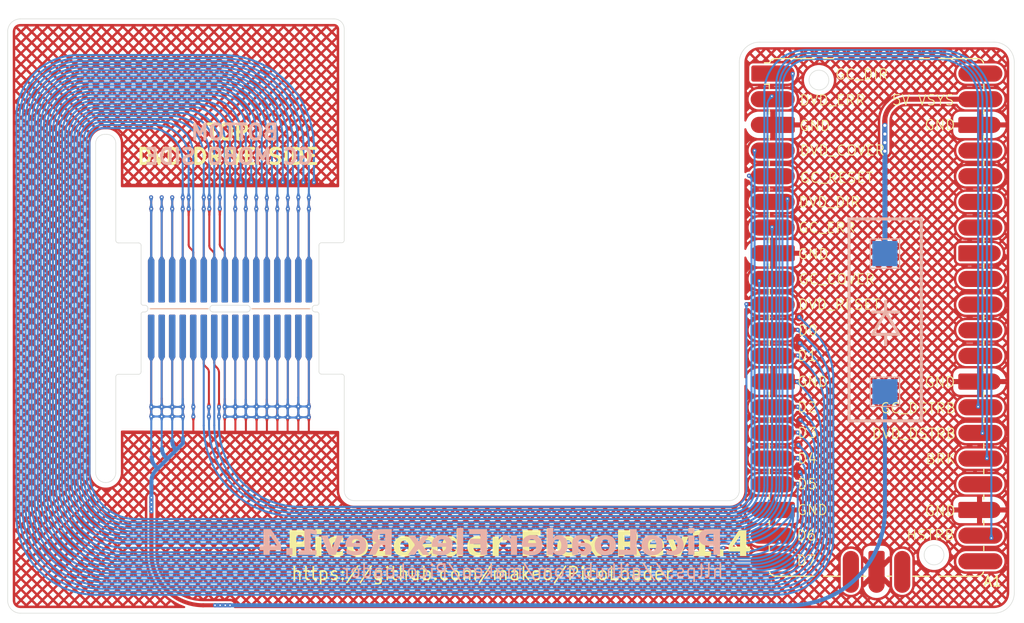
<source format=kicad_pcb>
(kicad_pcb (version 20241229) (generator "pcbnew") (generator_version "9.0")
  (layers (0 "F.Cu" signal) (2 "B.Cu" signal) (13 "F.Paste" user) (15 "B.Paste" user) (5 "F.SilkS" user "F.Silkscreen") (7 "B.SilkS" user "B.Silkscreen") (1 "F.Mask" user) (3 "B.Mask" user) (25 "Edge.Cuts" user))
  (net 0 "")
  (net 1 "/D4")
  (net 7 "/D0")
  (net 9 "/D3")
  (net 10 "/D5")
  (net 11 "/D1")
  (net 12 "/D2")
  (net 16 "+5V")
  (net 18 "/D6")
  (net 20 "Net-(A1-VSYS)")
  (net 23 "/D7")
  (net 24 "GND")
  (net 25 "/GC_ERR")
  (net 26 "/DVD_RESET")
  (net 27 "/AISD")
  (net 28 "/AISLR")
  (net 30 "/DVD_DSTRB")
  (net 31 "/GC_DSTRB")
  (net 32 "/GC_COVER")
  (net 33 "/HSTRB")
  (net 34 "/BRK")
  (net 35 "/AISCLK")
  (net 36 "/DVD_ERR")
  (net 37 "/GC_DIR")
  (net 38 "/GC_RESET")
  (net 39 "/DVD_COVER")
  (net 40 "/DVD_DIR")
  (footprint "GamecubeConnectors:DVDCN_FLEX_PADS" (layer "F.Cu") (at 128.22 66.83)
    (property "Reference" "U1" (hide yes))
    (property "Value" "~" (hide yes))
  )
  (footprint "Module:RaspberryPi_Pico_SMD" (layer "F.Cu") (at 192.71 81.3275)
    (property "Reference" "A1")
    (property "Value" "RaspberryPi_Pico")
  )
  (footprint "TestPoint:TestPoint_Pad_2.5x2.5mm" (layer "B.Cu") (at 193.54 88.680714)
    (property "Reference" "TP1" (hide yes))
    (property "Value" "Pad2")
  )
  (footprint "TestPoint:TestPoint_Pad_2.5x2.5mm" (layer "B.Cu") (at 193.54 75.010714)
    (property "Reference" "TP2" (hide yes))
    (property "Value" "Pad1")
  )
  (gr_line (start 130.9 80.47) (end 136.65 80.47) (stroke (width 0.1)) (layer "F.SilkS"))
  (gr_line (start 120.83 80.47) (end 126.58 80.47) (stroke (width 0.1)) (layer "F.SilkS"))
  (gr_line (start 193.61 80.79719) (end 192.31 83.004239) (stroke (width 0.3)) (layer "B.SilkS"))
  (gr_line (start 194.91 83.004239) (end 192.31 83.004239) (stroke (width 0.3)) (layer "B.SilkS"))
  (gr_rect (start 189.99 71.580714) (end 197.14 91.560714) (stroke (width 0.3)) (fill no) (layer "B.SilkS"))
  (gr_line (start 120.83 80.47) (end 126.58 80.47) (stroke (width 0.1)) (layer "B.SilkS"))
  (gr_line (start 193.61 83.004239) (end 193.61 84.01719) (stroke (width 0.3)) (layer "B.SilkS"))
  (gr_line (start 194.91 83.004239) (end 193.61 80.79719) (stroke (width 0.3)) (layer "B.SilkS"))
  (gr_line (start 130.9 80.47) (end 136.65 80.47) (stroke (width 0.1)) (layer "B.SilkS"))
  (gr_line (start 192.31 80.79719) (end 194.91 80.79719) (stroke (width 0.3)) (layer "B.SilkS"))
  (gr_line (start 193.61 80.79719) (end 193.61 79.720714) (stroke (width 0.3)) (layer "B.SilkS"))
  (gr_arc (start 204.34 54.09) (mid 205.754214 54.675786) (end 206.34 56.09) (stroke (width 0.05)) (layer "Edge.Cuts"))
  (gr_arc (start 140.04 73.69) (mid 139.966777 73.866777) (end 139.79 73.94) (stroke (width 0.05)) (layer "Edge.Cuts"))
  (gr_arc (start 136.86 80.44) (mid 136.953726 80.213726) (end 137.18 80.12) (stroke (width 0.05)) (layer "Edge.Cuts"))
  (gr_arc (start 137.18 80.79) (mid 136.953726 80.696274) (end 136.86 80.47) (stroke (width 0.05)) (layer "Edge.Cuts"))
  (gr_line (start 137.54 80.99) (end 137.54 86.69) (stroke (width 0.05)) (layer "Edge.Cuts"))
  (gr_line (start 127.06 80.79) (end 130.42 80.79) (stroke (width 0.05)) (layer "Edge.Cuts"))
  (gr_line (start 137.54 79.92) (end 137.54 74.19) (stroke (width 0.05)) (layer "Edge.Cuts"))
  (gr_arc (start 116.539828 63.212893) (mid 117.176224 63.476497) (end 117.439828 64.112893) (stroke (width 0.05)) (layer "Edge.Cuts"))
  (gr_line (start 119.94 80.99) (end 119.94 86.705) (stroke (width 0.05)) (layer "Edge.Cuts"))
  (gr_line (start 117.689828 73.955) (end 119.69 73.955) (stroke (width 0.05)) (layer "Edge.Cuts"))
  (gr_circle (center 187.01 57.84) (end 187.99 57.82) (stroke (width 0.05)) (fill no) (layer "Edge.Cuts"))
  (gr_arc (start 119.94 80.99) (mid 119.998579 80.848579) (end 120.14 80.79) (stroke (width 0.05)) (layer "Edge.Cuts"))
  (gr_arc (start 179.13 98.46) (mid 178.837107 99.167107) (end 178.13 99.46) (stroke (width 0.05)) (layer "Edge.Cuts"))
  (gr_line (start 115.44 64.112893) (end 115.44 96.667107) (stroke (width 0.05)) (layer "Edge.Cuts"))
  (gr_arc (start 115.44 64.112893) (mid 115.703606 63.476501) (end 116.34 63.212893) (stroke (width 0.05)) (layer "Edge.Cuts"))
  (gr_arc (start 137.54 74.19) (mid 137.613223 74.013223) (end 137.79 73.94) (stroke (width 0.05)) (layer "Edge.Cuts"))
  (gr_arc (start 126.74 80.44) (mid 126.833726 80.213726) (end 127.06 80.12) (stroke (width 0.05)) (layer "Edge.Cuts"))
  (gr_arc (start 141.04 99.46) (mid 140.332893 99.167107) (end 140.04 98.46) (stroke (width 0.05)) (layer "Edge.Cuts"))
  (gr_arc (start 137.79 86.94) (mid 137.613223 86.866777) (end 137.54 86.69) (stroke (width 0.05)) (layer "Edge.Cuts"))
  (gr_arc (start 130.74 80.47) (mid 130.646274 80.696274) (end 130.42 80.79) (stroke (width 0.05)) (layer "Edge.Cuts"))
  (gr_arc (start 137.54 79.92) (mid 137.481421 80.061421) (end 137.34 80.12) (stroke (width 0.05)) (layer "Edge.Cuts"))
  (gr_line (start 107.99 51.79) (end 139.04 51.79) (stroke (width 0.05)) (layer "Edge.Cuts"))
  (gr_line (start 119.69 86.955) (end 117.69 86.955) (stroke (width 0.05)) (layer "Edge.Cuts"))
  (gr_arc (start 120.3 80.12) (mid 120.526274 80.213726) (end 120.62 80.44) (stroke (width 0.05)) (layer "Edge.Cuts"))
  (gr_line (start 130.74 80.44) (end 130.74 80.47) (stroke (width 0.05)) (layer "Edge.Cuts"))
  (gr_arc (start 206.34 108.59) (mid 205.754214 110.004214) (end 204.34 110.59) (stroke (width 0.05)) (layer "Edge.Cuts"))
  (gr_line (start 206.34 56.09) (end 206.34 108.59) (stroke (width 0.05)) (layer "Edge.Cuts"))
  (gr_line (start 140.04 73.69) (end 140.04 52.79) (stroke (width 0.05)) (layer "Edge.Cuts"))
  (gr_arc (start 107.99 110.59) (mid 107.106117 110.223883) (end 106.74 109.34) (stroke (width 0.05)) (layer "Edge.Cuts"))
  (gr_arc (start 179.13 56.09) (mid 179.715786 54.675786) (end 181.13 54.09) (stroke (width 0.05)) (layer "Edge.Cuts"))
  (gr_line (start 141.04 99.46) (end 178.13 99.46) (stroke (width 0.05)) (layer "Edge.Cuts"))
  (gr_line (start 116.539828 63.212893) (end 116.34 63.212893) (stroke (width 0.05)) (layer "Edge.Cuts"))
  (gr_line (start 127.06 80.12) (end 130.42 80.12) (stroke (width 0.05)) (layer "Edge.Cuts"))
  (gr_line (start 126.74 80.44) (end 126.74 80.47) (stroke (width 0.05)) (layer "Edge.Cuts"))
  (gr_arc (start 130.42 80.12) (mid 130.646274 80.213726) (end 130.74 80.44) (stroke (width 0.05)) (layer "Edge.Cuts"))
  (gr_arc (start 106.74 53.04) (mid 107.106117 52.156117) (end 107.99 51.79) (stroke (width 0.05)) (layer "Edge.Cuts"))
  (gr_line (start 120.14 80.12) (end 120.3 80.12) (stroke (width 0.05)) (layer "Edge.Cuts"))
  (gr_arc (start 139.79 86.94) (mid 139.966777 87.013223) (end 140.04 87.19) (stroke (width 0.05)) (layer "Edge.Cuts"))
  (gr_line (start 137.34 80.79) (end 137.18 80.79) (stroke (width 0.05)) (layer "Edge.Cuts"))
  (gr_line (start 137.34 80.12) (end 137.18 80.12) (stroke (width 0.05)) (layer "Edge.Cuts"))
  (gr_arc (start 117.44 87.205) (mid 117.513223 87.028223) (end 117.69 86.955) (stroke (width 0.05)) (layer "Edge.Cuts"))
  (gr_arc (start 117.689828 73.955) (mid 117.513104 73.881857) (end 117.439828 73.7052) (stroke (width 0.05)) (layer "Edge.Cuts"))
  (gr_line (start 137.79 86.94) (end 139.79 86.94) (stroke (width 0.05)) (layer "Edge.Cuts"))
  (gr_line (start 137.79 73.94) (end 139.79 73.94) (stroke (width 0.05)) (layer "Edge.Cuts"))
  (gr_line (start 136.86 80.47) (end 136.86 80.44) (stroke (width 0.05)) (layer "Edge.Cuts"))
  (gr_line (start 140.04 87.19) (end 140.04 98.46) (stroke (width 0.05)) (layer "Edge.Cuts"))
  (gr_line (start 179.13 56.09) (end 179.13 98.46) (stroke (width 0.05)) (layer "Edge.Cuts"))
  (gr_arc (start 119.69 73.955) (mid 119.866777 74.028223) (end 119.94 74.205) (stroke (width 0.05)) (layer "Edge.Cuts"))
  (gr_arc (start 139.04 51.79) (mid 139.747107 52.082893) (end 140.04 52.79) (stroke (width 0.05)) (layer "Edge.Cuts"))
  (gr_arc (start 120.62 80.47) (mid 120.526274 80.696274) (end 120.3 80.79) (stroke (width 0.05)) (layer "Edge.Cuts"))
  (gr_line (start 120.14 80.79) (end 120.3 80.79) (stroke (width 0.05)) (layer "Edge.Cuts"))
  (gr_arc (start 120.14 80.12) (mid 119.998579 80.061421) (end 119.94 79.92) (stroke (width 0.05)) (layer "Edge.Cuts"))
  (gr_line (start 117.44 87.205) (end 117.44 96.667107) (stroke (width 0.05)) (layer "Edge.Cuts"))
  (gr_line (start 119.94 79.92) (end 119.94 74.205) (stroke (width 0.05)) (layer "Edge.Cuts"))
  (gr_arc (start 116.44 97.667107) (mid 115.732891 97.374214) (end 115.44 96.667107) (stroke (width 0.05)) (layer "Edge.Cuts"))
  (gr_arc (start 117.44 96.667107) (mid 117.147104 97.374209) (end 116.44 97.667107) (stroke (width 0.05)) (layer "Edge.Cuts"))
  (gr_line (start 117.439828 73.7052) (end 117.439828 64.112893) (stroke (width 0.05)) (layer "Edge.Cuts"))
  (gr_line (start 120.62 80.47) (end 120.62 80.44) (stroke (width 0.05)) (layer "Edge.Cuts"))
  (gr_circle (center 198.399796 104.83) (end 199.379796 104.81) (stroke (width 0.05)) (fill no) (layer "Edge.Cuts"))
  (gr_line (start 106.74 109.34) (end 106.74 53.04) (stroke (width 0.05)) (layer "Edge.Cuts"))
  (gr_arc (start 137.34 80.79) (mid 137.481421 80.848579) (end 137.54 80.99) (stroke (width 0.05)) (layer "Edge.Cuts"))
  (gr_arc (start 127.06 80.79) (mid 126.833726 80.696274) (end 126.74 80.47) (stroke (width 0.05)) (layer "Edge.Cuts"))
  (gr_line (start 204.34 110.59) (end 107.99 110.59) (stroke (width 0.05)) (layer "Edge.Cuts"))
  (gr_arc (start 119.94 86.705) (mid 119.866777 86.881777) (end 119.69 86.955) (stroke (width 0.05)) (layer "Edge.Cuts"))
  (gr_line (start 204.34 54.09) (end 181.13 54.09) (stroke (width 0.05)) (layer "Edge.Cuts"))
  (gr_text "GND" (at 185.01 62.95 0) (layer "F.SilkS") (effects (font (size 1 1) (thickness 0.1)) (justify left bottom)))
  (gr_text "D2" (at 184.8 90.81 0) (layer "F.SilkS") (effects (font (size 1 1) (thickness 0.1)) (justify left bottom)))
  (gr_text "D7" (at 184.73 105.97 0) (layer "F.SilkS") (effects (font (size 1 1) (thickness 0.1)) (justify left bottom)))
  (gr_text "DVD_DIR" (at 184.93 70.51 0) (layer "F.SilkS") (effects (font (size 1 1) (thickness 0.1)) (justify left bottom)))
  (gr_text "GND" (at 184.79 88.27 0) (layer "F.SilkS") (effects (font (size 1 1) (thickness 0.1)) (justify left bottom)))
  (gr_text "D1" (at 184.81 85.72 0) (layer "F.SilkS") (effects (font (size 1 1) (thickness 0.1)) (justify left bottom)))
  (gr_text "GC_COVER" (at 184.93 78.13 0) (layer "F.SilkS") (effects (font (size 1 1) (thickness 0.1)) (justify left bottom)))
  (gr_text "https://github.com/makeo/PicoLoader" (at 153.67 106.68 0) (layer "F.SilkS") (effects (font (size 1.27 1.27))))
  (gr_text "D0" (at 184.87 83.21 0) (layer "F.SilkS") (effects (font (size 1 1) (thickness 0.1)) (justify left bottom)))
  (gr_text "BRK" (at 197.5 95.93 0) (layer "F.SilkS") (effects (font (size 1 1) (thickness 0.1)) (justify left bottom)))
  (gr_text "DVD_COVER" (at 185.05 65.39 0) (layer "F.SilkS") (effects (font (size 1 1) (thickness 0.1)) (justify left bottom)))
  (gr_text "D5" (at 184.81 98.4 0) (layer "F.SilkS") (effects (font (size 1 1) (thickness 0.1)) (justify left bottom)))
  (gr_text "GND" (at 197.39 62.87 0) (layer "F.SilkS") (effects (font (size 1 1) (thickness 0.1)) (justify left bottom)))
  (gr_text "DVD_RESET" (at 184.88 80.64 0) (layer "F.SilkS") (effects (font (size 1 1) (thickness 0.1)) (justify left bottom)))
  (gr_text "GND" (at 184.85 75.64 0) (layer "F.SilkS") (effects (font (size 1 1) (thickness 0.1)) (justify left bottom)))
  (gr_text "GND" (at 197.39 88.31 0) (layer "F.SilkS") (effects (font (size 1 1) (thickness 0.1)) (justify left bottom)))
  (gr_text "D3" (at 184.82 93.33 0) (layer "F.SilkS") (effects (font (size 1 1) (thickness 0.1)) (justify left bottom)))
  (gr_text "DVD_ERR" (at 185.03 60.42 0) (layer "F.SilkS") (effects (font (size 1 1) (thickness 0.1)) (justify left bottom)))
  (gr_text "GC_DSTRB" (at 193.01 90.89 0) (layer "F.SilkS") (effects (font (size 1 1) (thickness 0.1)) (justify left bottom)))
  (gr_text "GC_ERR" (at 184.91 73.04 0) (layer "F.SilkS") (effects (font (size 1 1) (thickness 0.1)) (justify left bottom)))
  (gr_text "GND" (at 197.42 101.05 0) (layer "F.SilkS") (effects (font (size 1 1) (thickness 0.1)) (justify left bottom)))
  (gr_text "HSTRB" (at 195.6 103.44 0) (layer "F.SilkS") (effects (font (size 1 1) (thickness 0.1)) (justify left bottom)))
  (gr_text "D4" (at 184.81 95.88 0) (layer "F.SilkS") (effects (font (size 1 1) (thickness 0.1)) (justify left bottom)))
  (gr_text "PicoLoader Flex Rev1.4" (at 134.32 105.36 0) (layer "F.SilkS") (effects (font (size 2.5 2.5) (thickness 0.2) (bold yes)) (justify left bottom)))
  (gr_text "GND" (at 184.77 100.97 0) (layer "F.SilkS") (effects (font (size 1 1) (thickness 0.1)) (justify left bottom)))
  (gr_text "GC_DIR" (at 188.55 57.86 0) (layer "F.SilkS") (effects (font (size 1 1) (thickness 0.1)) (justify left bottom)))
  (gr_text "D6" (at 184.73 103.48 0) (layer "F.SilkS") (effects (font (size 1 1) (thickness 0.1)) (justify left bottom)))
  (gr_text "GC_RESET" (at 185.05 68.09 0) (layer "F.SilkS") (effects (font (size 1 1) (thickness 0.1)) (justify left bottom)))
  (gr_text "5V VSYS" (at 194.16 60.41 0) (layer "F.SilkS") (effects (font (size 1 1) (thickness 0.1)) (justify left bottom)))
  (gr_text "      TOP\nDVD DRIVE SIDE" (at 119.38 66.294 0) (layer "F.SilkS") (effects (font (size 1.5 1.5) (thickness 0.3)) (justify left bottom)))
  (gr_text "DVD_DSTRB" (at 192.17 93.42 0) (layer "F.SilkS") (effects (font (size 1 1) (thickness 0.1)) (justify left bottom)))
  (gr_text "https://github.com/makeo/PicoLoader" (at 158.696 106.426 0) (layer "B.SilkS") (effects (font (size 1.27 1.27)) (justify mirror)))
  (gr_text "   BOTTOM\nGC MOBO SIDE" (at 137.16 66.294 0) (layer "B.SilkS") (effects (font (size 1.5 1.5) (thickness 0.3) (bold yes)) (justify left bottom mirror)))
  (gr_text "PicoLoader Flex Rev1.4" (at 177.546 105.246 0) (layer "B.SilkS") (effects (font (size 2.5 2.5) (thickness 0.2) (bold yes)) (justify left bottom mirror)))
  (segment (start 132.38 70.55) (end 132.38 69.48) (width 0.2) (layer "F.Cu") (net 1))
  (segment (start 182.4845 95.25) (end 182.437 95.2975) (width 0.4) (layer "F.Cu") (net 1))
  (segment (start 184.912 95.25) (end 182.4845 95.25) (width 0.4) (layer "F.Cu") (net 1))
  (segment (start 132.38 77.73) (end 132.38 70.55) (width 0.2) (layer "F.Cu") (net 1))
  (via (at 184.912 95.25) (size 0.45) (drill 0.15) (layers "F.Cu" "B.Cu") (net 1))
  (via (at 132.38 70.58) (size 0.4) (drill 0.15) (layers "F.Cu" "B.Cu") (net 1))
  (via (at 132.38 69.48) (size 0.4) (drill 0.15) (layers "F.Cu" "B.Cu") (net 1))
  (segment (start 185.138574 95.476574) (end 184.912 95.25) (width 0.2) (layer "B.Cu") (net 1))
  (segment (start 132.38 69.48) (end 132.38 63.209246) (width 0.2) (layer "B.Cu") (net 1))
  (segment (start 127.247697 58.076943) (end 114.720616 58.076943) (width 0.2) (layer "B.Cu") (net 1))
  (segment (start 110.316 62.481559) (end 110.316 98.796607) (width 0.2) (layer "B.Cu") (net 1))
  (segment (start 185.72436 101.025415) (end 185.72436 96.890787) (width 0.2) (layer "B.Cu") (net 1))
  (segment (start 132.38 77.73) (end 132.38 70.58) (width 0.2) (layer "B.Cu") (net 1))
  (segment (start 132.38 70.58) (end 132.38 69.48) (width 0.2) (layer "B.Cu") (net 1))
  (segment (start 117.581393 106.062) (end 180.687775 106.062) (width 0.2) (layer "B.Cu") (net 1))
  (arc (start 110.316 98.796607) (mid 112.443984 103.934016) (end 117.581393 106.062) (width 0.2) (layer "B.Cu") (net 1))
  (arc (start 185.72436 96.890787) (mid 185.572119 96.12542) (end 185.138574 95.476574) (width 0.2) (layer "B.Cu") (net 1))
  (arc (start 132.38 63.209246) (mid 130.876783 59.58016) (end 127.247697 58.076943) (width 0.2) (layer "B.Cu") (net 1))
  (arc (start 114.720616 58.076943) (mid 111.606082 59.367025) (end 110.316 62.481559) (width 0.2) (layer "B.Cu") (net 1))
  (arc (start 180.687775 106.062) (mid 184.249178 104.586818) (end 185.72436 101.025415) (width 0.2) (layer "B.Cu") (net 1))
  (segment (start 182.4845 82.55) (end 182.437 82.5975) (width 0.4) (layer "F.Cu") (net 7))
  (segment (start 136.54 77.73) (end 136.54 70.44) (width 0.2) (layer "F.Cu") (net 7))
  (segment (start 184.912 82.55) (end 182.4845 82.55) (width 0.4) (layer "F.Cu") (net 7))
  (segment (start 136.54 70.44) (end 136.54 69.46) (width 0.2) (layer "F.Cu") (net 7))
  (via (at 136.54 69.46) (size 0.4) (drill 0.15) (layers "F.Cu" "B.Cu") (net 7))
  (via (at 136.54 70.58) (size 0.4) (drill 0.15) (layers "F.Cu" "B.Cu") (net 7))
  (via (at 184.912 82.55) (size 0.4) (drill 0.15) (layers "F.Cu" "B.Cu") (net 7))
  (segment (start 136.54 77.73) (end 136.54 70.58) (width 0.2) (layer "B.Cu") (net 7))
  (segment (start 115.794409 108.47) (end 127.23 108.47) (width 0.2) (layer "B.Cu") (net 7))
  (segment (start 127.83422 55.668943) (end 113.84807 55.668943) (width 0.2) (layer "B.Cu") (net 7))
  (segment (start 186.311792 83.949792) (end 184.912 82.55) (width 0.2) (layer "B.Cu") (net 7))
  (segment (start 107.908 61.609013) (end 107.908 100.583591) (width 0.2) (layer "B.Cu") (net 7))
  (segment (start 136.54 70.58) (end 136.54 69.46) (width 0.2) (layer "B.Cu") (net 7))
  (segment (start 127.232 108.472) (end 182.646412 108.472) (width 0.2) (layer "B.Cu") (net 7))
  (segment (start 136.54 69.46) (end 136.54 64.374723) (width 0.2) (layer "B.Cu") (net 7))
  (segment (start 188.13236 102.986052) (end 188.13236 88.345031) (width 0.2) (layer "B.Cu") (net 7))
  (arc (start 127.83422 55.668943) (mid 133.990136 58.218807) (end 136.54 64.374723) (width 0.2) (layer "B.Cu") (net 7))
  (arc (start 182.646412 108.472) (mid 186.525563 106.865203) (end 188.13236 102.986052) (width 0.2) (layer "B.Cu") (net 7))
  (arc (start 188.13236 88.345031) (mid 187.65921 85.966345) (end 186.311792 83.949792) (width 0.2) (layer "B.Cu") (net 7))
  (arc (start 115.794409 108.47) (mid 110.217876 106.160124) (end 107.908 100.583591) (width 0.2) (layer "B.Cu") (net 7))
  (arc (start 113.84807 55.668943) (mid 109.647806 57.408749) (end 107.908 61.609013) (width 0.2) (layer "B.Cu") (net 7))
  (segment (start 184.912 92.71) (end 182.4845 92.71) (width 0.4) (layer "F.Cu") (net 9))
  (segment (start 133.42 70.52) (end 133.42 69.5) (width 0.2) (layer "F.Cu") (net 9))
  (segment (start 133.42 77.73) (end 133.42 70.52) (width 0.2) (layer "F.Cu") (net 9))
  (segment (start 182.4845 92.71) (end 182.437 92.7575) (width 0.4) (layer "F.Cu") (net 9))
  (via (at 133.42 70.58) (size 0.4) (drill 0.15) (layers "F.Cu" "B.Cu") (net 9))
  (via (at 133.42 69.5) (size 0.4) (drill 0.15) (layers "F.Cu" "B.Cu") (net 9))
  (via (at 184.912 92.71) (size 0.4) (drill 0.15) (layers "F.Cu" "B.Cu") (net 9))
  (segment (start 181.145288 106.664) (end 117.193997 106.664) (width 0.2) (layer "B.Cu") (net 9))
  (segment (start 184.912 92.71) (end 185.740573 93.538573) (width 0.2) (layer "B.Cu") (net 9))
  (segment (start 133.42 77.73) (end 133.42 70.58) (width 0.2) (layer "B.Cu") (net 9))
  (segment (start 133.42 70.58) (end 133.42 69.5) (width 0.2) (layer "B.Cu") (net 9))
  (segment (start 109.714 99.184003) (end 109.714 62.280032) (width 0.2) (layer "B.Cu") (net 9))
  (segment (start 133.42 63.572853) (end 133.42 69.5) (width 0.2) (layer "B.Cu") (net 9))
  (segment (start 114.519089 57.474943) (end 127.32209 57.474943) (width 0.2) (layer "B.Cu") (net 9))
  (segment (start 186.32636 94.952787) (end 186.32636 101.482928) (width 0.2) (layer "B.Cu") (net 9))
  (arc (start 127.32209 57.474943) (mid 131.633964 59.260979) (end 133.42 63.572853) (width 0.2) (layer "B.Cu") (net 9))
  (arc (start 186.32636 101.482928) (mid 184.808859 105.146499) (end 181.145288 106.664) (width 0.2) (layer "B.Cu") (net 9))
  (arc (start 117.193997 106.664) (mid 111.90484 104.47316) (end 109.714 99.184003) (width 0.2) (layer "B.Cu") (net 9))
  (arc (start 185.740573 93.538573) (mid 186.174119 94.18742) (end 186.32636 94.952787) (width 0.2) (layer "B.Cu") (net 9))
  (arc (start 109.714 62.280032) (mid 111.121378 58.882321) (end 114.519089 57.474943) (width 0.2) (layer "B.Cu") (net 9))
  (segment (start 131.34 77.73) (end 131.34 70.54) (width 0.2) (layer "F.Cu") (net 10))
  (segment (start 131.34 70.54) (end 131.34 69.46) (width 0.2) (layer "F.Cu") (net 10))
  (segment (start 184.912 97.79) (end 182.4845 97.79) (width 0.4) (layer "F.Cu") (net 10))
  (segment (start 182.4845 97.79) (end 182.437 97.8375) (width 0.4) (layer "F.Cu") (net 10))
  (via (at 184.912 97.79) (size 0.4) (drill 0.15) (layers "F.Cu" "B.Cu") (net 10))
  (via (at 131.34 69.46) (size 0.4) (drill 0.15) (layers "F.Cu" "B.Cu") (net 10))
  (via (at 131.34 70.58) (size 0.4) (drill 0.15) (layers "F.Cu" "B.Cu") (net 10))
  (segment (start 131.34 70.58) (end 131.34 69.46) (width 0.2) (layer "B.Cu") (net 10))
  (segment (start 131.34 69.46) (end 131.34 62.967474) (width 0.2) (layer "B.Cu") (net 10))
  (segment (start 184.912 101.009536) (end 184.912 97.79) (width 0.2) (layer "B.Cu") (net 10))
  (segment (start 110.918 62.747313) (end 110.918 98.381183) (width 0.2) (layer "B.Cu") (net 10))
  (segment (start 131.34 77.73) (end 131.34 70.58) (width 0.2) (layer "B.Cu") (net 10))
  (segment (start 127.051469 58.678943) (end 114.98637 58.678943) (width 0.2) (layer "B.Cu") (net 10))
  (segment (start 117.996817 105.46) (end 180.461536 105.46) (width 0.2) (layer "B.Cu") (net 10))
  (arc (start 110.918 98.381183) (mid 112.991337 103.386663) (end 117.996817 105.46) (width 0.2) (layer "B.Cu") (net 10))
  (arc (start 180.461536 105.46) (mid 183.608489 104.156489) (end 184.912 101.009536) (width 0.2) (layer "B.Cu") (net 10))
  (arc (start 131.34 62.967474) (mid 130.083918 59.935025) (end 127.051469 58.678943) (width 0.2) (layer "B.Cu") (net 10))
  (arc (start 114.98637 58.678943) (mid 112.109598 59.870541) (end 110.918 62.747313) (width 0.2) (layer "B.Cu") (net 10))
  (segment (start 182.4845 85.09) (end 182.437 85.1375) (width 0.4) (layer "F.Cu") (net 11))
  (segment (start 135.5 77.73) (end 135.5 70.52) (width 0.2) (layer "F.Cu") (net 11))
  (segment (start 135.5 70.52) (end 135.5 69.43) (width 0.2) (layer "F.Cu") (net 11))
  (segment (start 184.912 85.09) (end 182.4845 85.09) (width 0.4) (layer "F.Cu") (net 11))
  (via (at 135.5 69.43) (size 0.4) (drill 0.15) (layers "F.Cu" "B.Cu") (net 11))
  (via (at 135.5 70.58) (size 0.4) (drill 0.15) (layers "F.Cu" "B.Cu") (net 11))
  (via (at 184.912 85.09) (size 0.4) (drill 0.15) (layers "F.Cu" "B.Cu") (net 11))
  (segment (start 182.076929 107.87) (end 116.358751 107.87) (width 0.2) (layer "B.Cu") (net 11))
  (segment (start 187.53036 90.053455) (end 187.53036 102.416569) (width 0.2) (layer "B.Cu") (net 11))
  (segment (start 114.057065 56.270943) (end 127.602922 56.270943) (width 0.2) (layer "B.Cu") (net 11))
  (segment (start 135.5 77.73) (end 135.5 70.58) (width 0.2) (layer "B.Cu") (net 11))
  (segment (start 184.912 85.09) (end 185.872128 86.050128) (width 0.2) (layer "B.Cu") (net 11))
  (segment (start 108.51 100.021249) (end 108.51 61.818008) (width 0.2) (layer "B.Cu") (net 11))
  (segment (start 135.5 70.58) (end 135.5 69.43) (width 0.2) (layer "B.Cu") (net 11))
  (segment (start 135.5 64.168021) (end 135.5 69.43) (width 0.2) (layer "B.Cu") (net 11))
  (arc (start 185.872128 86.050128) (mid 187.099399 87.88687) (end 187.53036 90.053455) (width 0.2) (layer "B.Cu") (net 11))
  (arc (start 127.602922 56.270943) (mid 133.186999 58.583944) (end 135.5 64.168021) (width 0.2) (layer "B.Cu") (net 11))
  (arc (start 187.53036 102.416569) (mid 185.933087 106.272727) (end 182.076929 107.87) (width 0.2) (layer "B.Cu") (net 11))
  (arc (start 108.51 61.818008) (mid 110.134698 57.895641) (end 114.057065 56.270943) (width 0.2) (layer "B.Cu") (net 11))
  (arc (start 116.358751 107.87) (mid 110.808846 105.571154) (end 108.51 100.021249) (width 0.2) (layer "B.Cu") (net 11))
  (segment (start 184.912 90.17) (end 182.4845 90.17) (width 0.4) (layer "F.Cu") (net 12))
  (segment (start 134.46 77.73) (end 134.46 70.46) (width 0.2) (layer "F.Cu") (net 12))
  (segment (start 134.46 70.46) (end 134.46 70.59) (width 0.2) (layer "F.Cu") (net 12))
  (segment (start 134.46 70.46) (end 134.46 69.48) (width 0.2) (layer "F.Cu") (net 12))
  (segment (start 182.4845 90.17) (end 182.437 90.2175) (width 0.4) (layer "F.Cu") (net 12))
  (via (at 184.912 90.17) (size 0.4) (drill 0.15) (layers "F.Cu" "B.Cu") (net 12))
  (via (at 134.46 70.58) (size 0.4) (drill 0.15) (layers "F.Cu" "B.Cu") (net 12))
  (via (at 134.46 69.48) (size 0.4) (drill 0.15) (layers "F.Cu" "B.Cu") (net 12))
  (segment (start 181.558596 107.266) (end 116.807536 107.266) (width 0.2) (layer "B.Cu") (net 12))
  (segment (start 184.912 90.17) (end 185.792281 91.050281) (width 0.2) (layer "B.Cu") (net 12))
  (segment (start 114.314654 56.872943) (end 127.373056 56.872943) (width 0.2) (layer "B.Cu") (net 12))
  (segment (start 109.112 99.570464) (end 109.112 62.075597) (width 0.2) (layer "B.Cu") (net 12))
  (segment (start 186.92836 93.793018) (end 186.92836 101.896236) (width 0.2) (layer "B.Cu") (net 12))
  (segment (start 134.46 70.58) (end 134.46 69.48) (width 0.2) (layer "B.Cu") (net 12))
  (segment (start 134.46 63.959887) (end 134.46 69.48) (width 0.2) (layer "B.Cu") (net 12))
  (segment (start 134.46 77.73) (end 134.46 70.58) (width 0.2) (layer "B.Cu") (net 12))
  (arc (start 186.92836 101.896236) (mid 185.355593 105.693233) (end 181.558596 107.266) (width 0.2) (layer "B.Cu") (net 12))
  (arc (start 109.112 62.075597) (mid 110.635822 58.396765) (end 114.314654 56.872943) (width 0.2) (layer "B.Cu") (net 12))
  (arc (start 116.807536 107.266) (mid 111.36597 105.01203) (end 109.112 99.570464) (width 0.2) (layer "B.Cu") (net 12))
  (arc (start 185.792281 91.050281) (mid 186.633102 92.308659) (end 186.92836 93.793018) (width 0.2) (layer "B.Cu") (net 12))
  (arc (start 127.373056 56.872943) (mid 132.384282 58.948661) (end 134.46 63.959887) (width 0.2) (layer "B.Cu") (net 12))
  (segment (start 121.98 89.33) (end 121.98 90.66) (width 0.2) (layer "F.Cu") (net 16))
  (segment (start 120.96 100.07) (end 120.96 100.52) (width 0.4) (layer "F.Cu") (net 16))
  (segment (start 120.94 90.19) (end 120.95 90.18) (width 0.2) (layer "F.Cu") (net 16))
  (segment (start 120.94 89.55) (end 120.94 90.73) (width 0.2) (layer "F.Cu") (net 16))
  (segment (start 120.94 91.12) (end 120.95 91.13) (width 0.2) (layer "F.Cu") (net 16))
  (segment (start 120.94 90.73) (end 120.94 91.12) (width 0.2) (layer "F.Cu") (net 16))
  (segment (start 121.98 91.13) (end 121.98 90.66) (width 0.2) (layer "F.Cu") (net 16))
  (segment (start 120.94 89.55) (end 120.94 90.17) (width 0.2) (layer "F.Cu") (net 16))
  (segment (start 121.98 83.18) (end 121.98 89.33) (width 0.2) (layer "F.Cu") (net 16))
  (segment (start 124.07 90.17) (end 124.07 91.09) (width 0.2) (layer "F.Cu") (net 16))
  (segment (start 124.06 83.18) (end 124.06 90.13) (width 0.2) (layer "F.Cu") (net 16))
  (segment (start 128.27 109.80997) (end 127.762 109.80997) (width 0.4) (layer "F.Cu") (net 16))
  (segment (start 121.98 90.18) (end 121.98 89.33) (width 0.2) (layer "F.Cu") (net 16))
  (segment (start 126.087576 109.80997) (end 127.254 109.80997) (width 0.4) (layer "F.Cu") (net 16))
  (segment (start 120.96 99.16) (end 120.96 99.62) (width 0.4) (layer "F.Cu") (net 16))
  (segment (start 128.740937 109.80997) (end 128.27 109.80997) (width 0.4) (layer "F.Cu") (net 16))
  (segment (start 124.07 91.241573) (end 124.07 91.14) (width 0.2) (layer "F.Cu") (net 16))
  (segment (start 123.02 90.18) (end 123.02 91.13) (width 0.2) (layer "F.Cu") (net 16))
  (segment (start 121.98 90.66) (end 121.98 90.18) (width 0.2) (layer "F.Cu") (net 16))
  (segment (start 120.94 90.17) (end 120.95 90.18) (width 0.2) (layer "F.Cu") (net 16))
  (segment (start 120.94 83.18) (end 120.94 89.55) (width 0.2) (layer "F.Cu") (net 16))
  (segment (start 120.94 90.73) (end 120.94 90.19) (width 0.2) (layer "F.Cu") (net 16))
  (segment (start 124.07 91.09) (end 124.08 91.1) (width 0.2) (layer "F.Cu") (net 16))
  (segment (start 120.96 100.52) (end 120.96 104.695067) (width 0.4) (layer "F.Cu") (net 16))
  (segment (start 123.02 90.18) (end 123.02 83.18) (width 0.2) (layer "F.Cu") (net 16))
  (segment (start 120.96 99.62) (end 120.96 100.07) (width 0.4) (layer "F.Cu") (net 16))
  (segment (start 127.762 109.80997) (end 127.254 109.80997) (width 0.4) (layer "F.Cu") (net 16))
  (segment (start 124.06 90.13) (end 124.07 90.14) (width 0.2) (layer "F.Cu") (net 16))
  (via (at 120.96 99.62) (size 0.4) (drill 0.15) (layers "F.Cu" "B.Cu") (net 16))
  (via (at 128.740937 109.80997) (size 0.4) (drill 0.15) (layers "F.Cu" "B.Cu") (net 16))
  (via (at 120.95 90.18) (size 0.4) (drill 0.15) (layers "F.Cu" "B.Cu") (net 16))
  (via (at 120.95 91.13) (size 0.4) (drill 0.15) (layers "F.Cu" "B.Cu") (net 16))
  (via (at 121.98 91.13) (size 0.4) (drill 0.15) (layers "F.Cu" "B.Cu") (net 16))
  (via (at 127.254 109.80997) (size 0.4) (drill 0.15) (layers "F.Cu" "B.Cu") (net 16))
  (via (at 123.02 91.13) (size 0.4) (drill 0.15) (layers "F.Cu" "B.Cu") (net 16))
  (via (at 123.02 90.18) (size 0.4) (drill 0.15) (layers "F.Cu" "B.Cu") (net 16))
  (via (at 120.96 100.52) (size 0.4) (drill 0.15) (layers "F.Cu" "B.Cu") (net 16))
  (via (at 120.96 100.07) (size 0.4) (drill 0.15) (layers "F.Cu" "B.Cu") (net 16))
  (via (at 124.07 90.17) (size 0.4) (drill 0.15) (layers "F.Cu" "B.Cu") (net 16))
  (via (at 128.27 109.80997) (size 0.4) (drill 0.15) (layers "F.Cu" "B.Cu") (net 16))
  (via (at 127.762 109.80997) (size 0.4) (drill 0.15) (layers "F.Cu" "B.Cu") (net 16))
  (via (at 120.96 99.16) (size 0.4) (drill 0.15) (layers "F.Cu" "B.Cu") (net 16))
  (via (at 121.98 90.18) (size 0.4) (drill 0.15) (layers "F.Cu" "B.Cu") (net 16))
  (via (at 124.07 91.14) (size 0.4) (drill 0.15) (layers "F.Cu" "B.Cu") (net 16))
  (arc (start 122.455525 108.305525) (mid 124.121924 109.418977) (end 126.087576 109.80997) (width 0.4) (layer "F.Cu") (net 16))
  (arc (start 122.455525 108.305525) (mid 121.348663 106.64901) (end 120.96 104.695067) (width 0.4) (layer "F.Cu") (net 16))
  (segment (start 121.98 91.13) (end 121.98 93.979879) (width 0.2) (layer "B.Cu") (net 16))
  (segment (start 123.02 83.18) (end 123.02 89.57) (width 0.2) (layer "B.Cu") (net 16))
  (segment (start 121.98 90.18) (end 121.98 91.13) (width 0.2) (layer "B.Cu") (net 16))
  (segment (start 124.06 89.38) (end 124.06 90.82) (width 0.2) (layer "B.Cu") (net 16))
  (segment (start 121.414387 96.453013) (end 121.5887 96.2787) (width 0.4) (layer "B.Cu") (net 16))
  (segment (start 123.4087 94.4587) (end 124.07 93.7974) (width 0.4) (layer "B.Cu") (net 16))
  (segment (start 123.02 91.13) (end 121.98 91.13) (width 0.2) (layer "B.Cu") (net 16))
  (segment (start 123.02 89.57) (end 123.02 90.69) (width 0.2) (layer "B.Cu") (net 16))
  (segment (start 120.94 90.17) (end 120.95 90.18) (width 0.2) (layer "B.Cu") (net 16))
  (segment (start 120.94 83.18) (end 120.94 90.17) (width 0.2) (layer "B.Cu") (net 16))
  (segment (start 124.07 93.7974) (end 124.07 93.25) (width 0.4) (layer "B.Cu") (net 16))
  (segment (start 124.06 89.38) (end 124.06 90.16) (width 0.2) (layer "B.Cu") (net 16))
  (segment (start 121.98 90.18) (end 120.95 90.18) (width 0.2) (layer "B.Cu") (net 16))
  (segment (start 120.991479 95.16) (end 120.991479 95.202215) (width 0.4) (layer "B.Cu") (net 16))
  (segment (start 123.02 90.18) (end 121.98 90.18) (width 0.2) (layer "B.Cu") (net 16))
  (segment (start 124.06 90.82) (end 124.06 90.18) (width 0.2) (layer "B.Cu") (net 16))
  (segment (start 123.02 89.57) (end 123.02 90.18) (width 0.2) (layer "B.Cu") (net 16))
  (segment (start 123.02 90.18) (end 124.045858 90.18) (width 0.2) (layer "B.Cu") (net 16))
  (segment (start 124.06 90.18) (end 124.07 90.17) (width 0.2) (layer "B.Cu") (net 16))
  (segment (start 121.5887 96.2787) (end 121.36022 96.05022) (width 0.4) (layer "B.Cu") (net 16))
  (segment (start 120.96 99.16) (end 120.96 100.52) (width 0.4) (layer "B.Cu") (net 16))
  (segment (start 120.96 97.55) (end 120.96 99.16) (width 0.4) (layer "B.Cu") (net 16))
  (segment (start 121.98 91.13) (end 120.95 91.13) (width 0.2) (layer "B.Cu") (net 16))
  (segment (start 193.54 88.680714) (end 193.54 100.435708) (width 0.4) (layer "B.Cu") (net 16))
  (segment (start 124.06 83.18) (end 124.06 89.38) (width 0.2) (layer "B.Cu") (net 16))
  (segment (start 123.02 90.69) (end 123.02 90.18) (width 0.2) (layer "B.Cu") (net 16))
  (segment (start 124.06 90.82) (end 124.06 91.13) (width 0.2) (layer "B.Cu") (net 16))
  (segment (start 123.02 90.69) (end 123.02 91.13) (width 0.2) (layer "B.Cu") (net 16))
  (segment (start 120.95 91.13) (end 120.95 94.736742) (width 0.2) (layer "B.Cu") (net 16))
  (segment (start 121.98 83.18) (end 121.98 90.18) (width 0.2) (layer "B.Cu") (net 16))
  (segment (start 124.06 90.16) (end 124.07 90.17) (width 0.2) (layer "B.Cu") (net 16))
  (segment (start 184.165738 109.80997) (end 128.740937 109.80997) (width 0.4) (layer "B.Cu") (net 16))
  (segment (start 128.740937 109.80997) (end 127.254 109.80997) (width 0.4) (layer "B.Cu") (net 16))
  (segment (start 122.5387 95.3287) (end 122.367035 95.157035) (width 0.4) (layer "B.Cu") (net 16))
  (segment (start 122.5387 95.3287) (end 123.4087 94.4587) (width 0.4) (layer "B.Cu") (net 16))
  (segment (start 120.95 91.13) (end 120.95 90.18) (width 0.2) (layer "B.Cu") (net 16))
  (segment (start 123.02 91.13) (end 123.02 93.520295) (width 0.2) (layer "B.Cu") (net 16))
  (segment (start 122.5387 95.3287) (end 121.5887 96.2787) (width 0.4) (layer "B.Cu") (net 16))
  (segment (start 124.06 91.13) (end 124.07 91.14) (width 0.2) (layer "B.Cu") (net 16))
  (segment (start 124.07 91.14) (end 124.07 93.25) (width 0.2) (layer "B.Cu") (net 16))
  (segment (start 124.045858 91.13) (end 123.02 91.13) (width 0.2) (layer "B.Cu") (net 16))
  (arc (start 124.045858 90.18) (mid 124.058924 90.177401) (end 124.07 90.17) (width 0.2) (layer "B.Cu") (net 16))
  (arc (start 123.4087 94.4587) (mid 123.12102 94.028156) (end 123.02 93.520295) (width 0.4) (layer "B.Cu") (net 16))
  (arc (start 193.54 100.435708) (mid 190.794342 107.064312) (end 184.165738 109.80997) (width 0.4) (layer "B.Cu") (net 16))
  (arc (start 121.98 93.979879) (mid 122.125202 94.709855) (end 122.5387 95.3287) (width 0.2) (layer "B.Cu") (net 16))
  (arc (start 122.367035 95.157035) (mid 122.098168 94.754648) (end 122.003755 94.28) (width 0.4) (layer "B.Cu") (net 16))
  (arc (start 124.07 91.14) (mid 124.058924 91.132598) (end 124.045858 91.13) (width 0.2) (layer "B.Cu") (net 16))
  (arc (start 193.55 88.670714) (mid 193.547071 88.677785) (end 193.54 88.680714) (width 0.5) (layer "B.Cu") (net 16))
  (arc (start 120.95 94.736742) (mid 121.115993 95.571243) (end 121.5887 96.2787) (width 0.2) (layer "B.Cu") (net 16))
  (arc (start 121.36022 96.05022) (mid 121.087312 95.641784) (end 120.991479 95.16) (width 0.4) (layer "B.Cu") (net 16))
  (arc (start 120.96 97.55) (mid 121.078091 96.956315) (end 121.414387 96.453013) (width 0.4) (layer "B.Cu") (net 16))
  (segment (start 183.09 103.52) (end 182.4875 102.9175) (width 0.2) (layer "F.Cu") (net 18))
  (segment (start 130.3 70.54) (end 130.3 69.44) (width 0.2) (layer "F.Cu") (net 18))
  (segment (start 130.3 77.73) (end 130.3 70.54) (width 0.2) (layer "F.Cu") (net 18))
  (segment (start 182.4875 102.9175) (end 182.437 102.9175) (width 0.2) (layer "F.Cu") (net 18))
  (via (at 130.3 69.44) (size 0.4) (drill 0.15) (layers "F.Cu" "B.Cu") (net 18))
  (via (at 130.3 70.58) (size 0.4) (drill 0.15) (layers "F.Cu" "B.Cu") (net 18))
  (via (at 183.09 103.52) (size 0.4) (drill 0.15) (layers "F.Cu" "B.Cu") (net 18))
  (segment (start 130.3 62.76896) (end 130.3 69.44) (width 0.2) (layer "B.Cu") (net 18))
  (segment (start 180.09282 104.857) (end 118.336381 104.857) (width 0.2) (layer "B.Cu") (net 18))
  (segment (start 115.21545 59.280943) (end 126.811983 59.280943) (width 0.2) (layer "B.Cu") (net 18))
  (segment (start 130.3 77.73) (end 130.3 70.54) (width 0.2) (layer "B.Cu") (net 18))
  (segment (start 130.3 70.54) (end 130.3 69.44) (width 0.2) (layer "B.Cu") (net 18))
  (segment (start 182.926924 103.683075) (end 183.09 103.52) (width 0.2) (layer "B.Cu") (net 18))
  (segment (start 111.52 98.040619) (end 111.52 62.976393) (width 0.2) (layer "B.Cu") (net 18))
  (arc (start 118.336381 104.857) (mid 113.516472 102.860528) (end 111.52 98.040619) (width 0.2) (layer "B.Cu") (net 18))
  (arc (start 111.52 62.976393) (mid 112.602372 60.363315) (end 115.21545 59.280943) (width 0.2) (layer "B.Cu") (net 18))
  (arc (start 180.09282 104.857) (mid 181.626626 104.551907) (end 182.926924 103.683075) (width 0.2) (layer "B.Cu") (net 18))
  (arc (start 126.811983 59.280943) (mid 129.278383 60.30256) (end 130.3 62.76896) (width 0.2) (layer "B.Cu") (net 18))
  (segment (start 193.53 61.868427) (end 193.53 62.33) (width 0.5) (layer "F.Cu") (net 20))
  (segment (start 202.983 59.7375) (end 195.660927 59.7375) (width 0.5) (layer "F.Cu") (net 20))
  (segment (start 193.53 63.18) (end 193.53 64.88) (width 0.5) (layer "F.Cu") (net 20))
  (segment (start 194.246713 60.323287) (end 194.115786 60.454214) (width 0.5) (layer "F.Cu") (net 20))
  (segment (start 193.53 63.18) (end 193.53 64.03) (width 0.5) (layer "F.Cu") (net 20))
  (segment (start 193.53 61.868427) (end 193.53 63.18) (width 0.5) (layer "F.Cu") (net 20))
  (via (at 193.53 64.03) (size 0.5) (drill 0.3) (layers "F.Cu" "B.Cu") (net 20))
  (via (at 193.53 62.33) (size 0.5) (drill 0.3) (layers "F.Cu" "B.Cu") (net 20))
  (via (at 193.53 63.18) (size 0.5) (drill 0.3) (layers "F.Cu" "B.Cu") (net 20))
  (via (at 193.53 64.88) (size 0.5) (drill 0.3) (layers "F.Cu" "B.Cu") (net 20))
  (arc (start 194.246713 60.323287) (mid 194.89556 59.889741) (end 195.660927 59.7375) (width 0.5) (layer "F.Cu") (net 20))
  (arc (start 194.115786 60.454214) (mid 193.682241 61.10306) (end 193.53 61.868427) (width 0.5) (layer "F.Cu") (net 20))
  (segment (start 193.539999 75.010715) (end 193.54 75.010714) (width 0.4) (layer "B.Cu") (net 20))
  (segment (start 193.53 62.76) (end 193.53 64.03) (width 0.5) (layer "B.Cu") (net 20))
  (segment (start 193.53 62.76) (end 193.53 63.18) (width 0.5) (layer "B.Cu") (net 20))
  (segment (start 193.53 62.33) (end 193.53 62.76) (width 0.5) (layer "B.Cu") (net 20))
  (segment (start 193.53 65.12) (end 193.54 65.13) (width 0.5) (layer "B.Cu") (net 20))
  (segment (start 193.54 65.13) (end 193.54 75.010714) (width 0.5) (layer "B.Cu") (net 20))
  (segment (start 193.53 64.88) (end 193.53 65.12) (width 0.5) (layer "B.Cu") (net 20))
  (segment (start 193.53 64.03) (end 193.53 64.88) (width 0.5) (layer "B.Cu") (net 20))
  (segment (start 129.26 77.73) (end 129.26 70.58) (width 0.2) (layer "F.Cu") (net 23))
  (segment (start 179.187495 105.4575) (end 182.437 105.4575) (width 0.2) (layer "F.Cu") (net 23))
  (segment (start 177.546 104.13) (end 177.860006 104.13) (width 0.2) (layer "F.Cu") (net 23))
  (segment (start 129.26 70.58) (end 129.26 69.44) (width 0.2) (layer "F.Cu") (net 23))
  (via (at 177.546 104.13) (size 0.4) (drill 0.15) (layers "F.Cu" "B.Cu") (net 23))
  (via (at 129.26 69.44) (size 0.4) (drill 0.15) (layers "F.Cu" "B.Cu") (net 23))
  (via (at 129.26 70.58) (size 0.4) (drill 0.15) (layers "F.Cu" "B.Cu") (net 23))
  (arc (start 177.860006 104.13) (mid 178.298408 104.311592) (end 178.48 104.75) (width 0.2) (layer "F.Cu") (net 23))
  (arc (start 178.48 104.75) (mid 178.68722 105.25028) (end 179.187495 105.4575) (width 0.2) (layer "F.Cu") (net 23))
  (segment (start 112.13 63.162512) (end 112.13 97.824175) (width 0.2) (layer "B.Cu") (net 23))
  (segment (start 129.26 69.44) (end 129.26 70.58) (width 0.2) (layer "B.Cu") (net 23))
  (segment (start 129.26 77.73) (end 129.26 70.58) (width 0.2) (layer "B.Cu") (net 23))
  (segment (start 129.26 69.44) (end 129.26 63.404643) (width 0.2) (layer "B.Cu") (net 23))
  (segment (start 125.7383 59.882943) (end 115.409569 59.882943) (width 0.2) (layer "B.Cu") (net 23))
  (segment (start 118.435825 104.13) (end 177.546 104.13) (width 0.2) (layer "B.Cu") (net 23))
  (segment (start 177.546 104.13) (end 177.6 104.13) (width 0.2) (layer "B.Cu") (net 23))
  (arc (start 115.409569 59.882943) (mid 113.090564 60.843507) (end 112.13 63.162512) (width 0.2) (layer "B.Cu") (net 23))
  (arc (start 125.7383 59.882943) (mid 128.228518 60.914425) (end 129.26 63.404643) (width 0.2) (layer "B.Cu") (net 23))
  (arc (start 118.435825 104.13) (mid 113.976933 102.283067) (end 112.13 97.824175) (width 0.2) (layer "B.Cu") (net 23))
  (segment (start 129.26 89.56) (end 129.26 90.63) (width 0.2) (layer "F.Cu") (net 24))
  (segment (start 135.5 90.74) (end 135.5 91.22) (width 0.2) (layer "F.Cu") (net 24))
  (segment (start 125.11 91.14) (end 125.11 92.7) (width 0.2) (layer "F.Cu") (net 24))
  (segment (start 137.04 67.94) (end 137.03 67.95) (width 0.2) (layer "F.Cu") (net 24))
  (segment (start 128.22 90.81) (end 128.22 90.18) (width 0.2) (layer "F.Cu") (net 24))
  (segment (start 132.38 89.44) (end 132.38 90.82) (width 0.2) (layer "F.Cu") (net 24))
  (segment (start 130.3 89.46) (end 130.3 90.14) (width 0.2) (layer "F.Cu") (net 24))
  (segment (start 129.27 90.62) (end 129.26 90.63) (width 0.2) (layer "F.Cu") (net 24))
  (segment (start 130.3 83.18) (end 130.3 89.46) (width 0.2) (layer "F.Cu") (net 24))
  (segment (start 137.03 67.95) (end 137.03 68.01) (width 0.2) (layer "F.Cu") (net 24))
  (segment (start 129.27 89.73) (end 129.26 89.72) (width 0.2) (layer "F.Cu") (net 24))
  (segment (start 133.43 91.21) (end 133.43 92.66) (width 0.2) (layer "F.Cu") (net 24))
  (segment (start 132.38 83.18) (end 132.38 89.44) (width 0.2) (layer "F.Cu") (net 24))
  (segment (start 130.3 90.8) (end 130.3 90.16) (width 0.2) (layer "F.Cu") (net 24))
  (segment (start 128.22 90.57) (end 128.22 90.194142) (width 0.2) (layer "F.Cu") (net 24))
  (segment (start 134.46 90.12) (end 134.45 90.13) (width 0.2) (layer "F.Cu") (net 24))
  (segment (start 129.26 90.15) (end 129.27 90.16) (width 0.2) (layer "F.Cu") (net 24))
  (segment (start 130.845031 67.91) (end 130.89 67.91) (width 0.2) (layer "F.Cu") (net 24))
  (segment (start 129.27 90.16) (end 129.27 90.62) (width 0.2) (layer "F.Cu") (net 24))
  (segment (start 130.3 90.14) (end 130.31 90.15) (width 0.2) (layer "F.Cu") (net 24))
  (segment (start 128.22 83.18) (end 128.22 89.39) (width 0.2) (layer "F.Cu") (net 24))
  (segment (start 134.44 91.21) (end 134.44 92.68) (width 0.2) (layer "F.Cu") (net 24))
  (segment (start 131.9 67.85) (end 131.88 67.85) (width 0.2) (layer "F.Cu") (net 24))
  (segment (start 129.26 83.18) (end 129.26 89.56) (width 0.2) (layer "F.Cu") (net 24))
  (segment (start 128.22 91.14) (end 128.22 92.65) (width 0.2) (layer "F.Cu") (net 24))
  (segment (start 137.04 67.96) (end 137.03 67.95) (width 0.2) (layer "F.Cu") (net 24))
  (segment (start 132.38 89.44) (end 132.38 90.14) (width 0.2) (layer "F.Cu") (net 24))
  (segment (start 128.22 90.57) (end 128.22 90.81) (width 0.2) (layer "F.Cu") (net 24))
  (segment (start 184.84 87.68) (end 183.0225 87.68) (width 0.4) (layer "F.Cu") (net 24))
  (segment (start 125.1 90.16) (end 125.11 90.17) (width 0.2) (layer "F.Cu") (net 24))
  (segment (start 134.46 83.18) (end 134.46 90.12) (width 0.2) (layer "F.Cu") (net 24))
  (segment (start 125.11 90.17) (end 125.11 91.14) (width 0.2) (layer "F.Cu") (net 24))
  (segment (start 135.5 91.22) (end 135.51 91.23) (width 0.2) (layer "F.Cu") (net 24))
  (segment (start 135.5 90.14) (end 135.5 90.74) (width 0.2) (layer "F.Cu") (net 24))
  (segment (start 136.54 89.51) (end 136.54 90.14) (width 0.2) (layer "F.Cu") (net 24))
  (segment (start 184.21 100.5) (end 184.130448 100.579552) (width 0.2) (layer "F.Cu") (net 24))
  (segment (start 128.22 90.18) (end 128.21 90.17) (width 0.2) (layer "F.Cu") (net 24))
  (segment (start 128.22 89.39) (end 128.22 90.57) (width 0.2) (layer "F.Cu") (net 24))
  (segment (start 133.42 90.12) (end 133.43 90.13) (width 0.2) (layer "F.Cu") (net 24))
  (segment (start 133.42 90.66) (end 133.42 90.154142) (width 0.2) (layer "F.Cu") (net 24))
  (segment (start 129.26 89.72) (end 129.26 90.15) (width 0.2) (layer "F.Cu") (net 24))
  (segment (start 132.38 90.82) (end 132.38 91.175858) (width 0.2) (layer "F.Cu") (net 24))
  (segment (start 136.54 90.14) (end 136.54 89.74) (width 0.2) (layer "F.Cu") (net 24))
  (segment (start 131.34 90.13) (end 131.35 90.14) (width 0.2) (layer "F.Cu") (net 24))
  (segment (start 135.5 90.74) (end 135.5 91.23) (width 0.2) (layer "F.Cu") (net 24))
  (segment (start 134.45 90.13) (end 134.45 90.74) (width 0.2) (layer "F.Cu") (net 24))
  (segment (start 132.39 91.2) (end 132.39 92.65) (width 0.2) (layer "F.Cu") (net 24))
  (segment (start 136.54 91.2) (end 136.54 92.63) (width 0.2) (layer "F.Cu") (net 24))
  (segment (start 130.3 91.135858) (end 130.3 90.8) (width 0.2) (layer "F.Cu") (net 24))
  (segment (start 133.42 90.9) (end 133.42 90.66) (width 0.2) (layer "F.Cu") (net 24))
  (segment (start 184.21 100.25) (end 184.21 100.5) (width 0.2) (layer "F.Cu") (net 24))
  (segment (start 129.26 89.56) (end 129.26 89.72) (width 0.2) (layer "F.Cu") (net 24))
  (segment (start 136.54 89.51) (end 136.54 89.74) (width 0.2) (layer "F.Cu") (net 24))
  (segment (start 131.34 83.18) (end 131.34 90.13) (width 0.2) (layer "F.Cu") (net 24))
  (segment (start 135.5 83.18) (end 135.5 90.14) (width 0.2) (layer "F.Cu") (net 24))
  (segment (start 133.42 89.57) (end 133.42 90.12) (width 0.2) (layer "F.Cu") (net 24))
  (segment (start 183.0225 87.68) (end 183.02 87.6775) (width 0.4) (layer "F.Cu") (net 24))
  (segment (start 129.27 91.15) (end 129.26 91.14) (width 0.2) (layer "F.Cu") (net 24))
  (segment (start 133.42 83.18) (end 133.42 89.57) (width 0.2) (layer "F.Cu") (net 24))
  (segment (start 129.26 91.14) (end 129.26 90.63) (width 0.2) (layer "F.Cu") (net 24))
  (segment (start 131.35 90.14) (end 131.35 91.141716) (width 0.2) (layer "F.Cu") (net 24))
  (segment (start 128.22 90.81) (end 128.22 91.14) (width 0.2) (layer "F.Cu") (net 24))
  (segment (start 135.98 67.96) (end 136 67.96) (width 0.2) (layer "F.Cu") (net 24))
  (segment (start 136.54 83.18) (end 136.54 89.51) (width 0.2) (layer "F.Cu") (net 24))
  (segment (start 130.31 91.16) (end 130.31 92.66) (width 0.2) (layer "F.Cu") (net 24))
  (segment (start 132.38 90.82) (end 132.38 90.14) (width 0.2) (layer "F.Cu") (net 24))
  (segment (start 133.42 89.57) (end 133.42 90.9) (width 0.2) (layer "F.Cu") (net 24))
  (segment (start 135.5 91.23) (end 135.5 92.67) (width 0.2) (layer "F.Cu") (net 24))
  (segment (start 130.3 89.46) (end 130.3 90.8) (width 0.2) (layer "F.Cu") (net 24))
  (segment (start 129.27 91.15) (end 129.27 89.73) (width 0.2) (layer "F.Cu") (net 24))
  (segment (start 133.97 67.95) (end 133.96 67.95) (width 0.2) (layer "F.Cu") (net 24))
  (segment (start 136.54 91.2) (end 136.54 90.14) (width 0.2) (layer "F.Cu") (net 24))
  (segment (start 134.96 67.89) (end 134.96 67.925858) (width 0.2) (layer "F.Cu") (net 24))
  (segment (start 133.42 90.9) (end 133.42 91.185858) (width 0.2) (layer "F.Cu") (net 24))
  (segment (start 130.840177 67.888634) (end 130.840177 67.905146) (width 0.2) (layer "F.Cu") (net 24))
  (segment (start 130.3 90.16) (end 130.31 90.15) (width 0.2) (layer "F.Cu") (net 24))
  (segment (start 125.1 83.18) (end 125.1 90.16) (width 0.2) (layer "F.Cu") (net 24))
  (segment (start 131.95 67.9) (end 131.9 67.85) (width 0.2) (layer "F.Cu") (net 24))
  (segment (start 136.54 89.74) (end 136.54 91.2) (width 0.2) (layer "F.Cu") (net 24))
  (segment (start 129.27 91.15) (end 129.27 92.64) (width 0.2) (layer "F.Cu") (net 24))
  (segment (start 130.840177 67.905146) (end 130.845031 67.91) (width 0.2) (layer "F.Cu") (net 24))
  (segment (start 134.45 90.74) (end 134.45 91.185858) (width 0.2) (layer "F.Cu") (net 24))
  (segment (start 128.22 89.39) (end 128.22 90.145858) (width 0.2) (layer "F.Cu") (net 24))
  (segment (start 133.42 90.66) (end 133.42 91.185858) (width 0.2) (layer "F.Cu") (net 24))
  (segment (start 132.91 67.94) (end 132.89 67.92) (width 0.2) (layer "F.Cu") (net 24))
  (segment (start 131.37 91.19) (end 131.37 92.65) (width 0.2) (layer "F.Cu") (net 24))
  (via (at 135.5 91.23) (size 0.4) (drill 0.15) (layers "F.Cu" "B.Cu") (net 24))
  (via (at 131.88 67.95) (size 0.4) (drill 0.15) (layers "F.Cu" "B.Cu") (net 24))
  (via (at 136 67.96) (size 0.4) (drill 0.15) (layers "F.Cu" "B.Cu") (net 24))
  (via (at 128.21 90.17) (size 0.4) (drill 0.15) (layers "F.Cu" "B.Cu") (net 24))
  (via (at 136.54 90.14) (size 0.4) (drill 0.15) (layers "F.Cu" "B.Cu") (net 24))
  (via (at 129.79 67.95) (size 0.4) (drill 0.15) (layers "F.Cu" "B.Cu") (net 24))
  (via (at 133.96 67.95) (size 0.4) (drill 0.15) (layers "F.Cu" "B.Cu") (net 24))
  (via (at 130.31 90.15) (size 0.4) (drill 0.15) (layers "F.Cu" "B.Cu") (net 24))
  (via (at 132.39 91.2) (size 0.4) (drill 0.15) (layers "F.Cu" "B.Cu") (net 24))
  (via (at 129.27 90.16) (size 0.4) (drill 0.15) (layers "F.Cu" "B.Cu") (net 24))
  (via (at 135.5 90.14) (size 0.4) (drill 0.15) (layers "F.Cu" "B.Cu") (net 24))
  (via (at 185.12 96.62) (size 0.4) (drill 0.15) (layers "F.Cu" "B.Cu") (net 24))
  (via (at 184.97 93.94) (size 0.4) (drill 0.15) (layers "F.Cu" "B.Cu") (net 24))
  (via (at 125.11 90.17) (size 0.4) (drill 0.15) (layers "F.Cu" "B.Cu") (net 24))
  (via (at 130.840177 67.95) (size 0.4) (drill 0.15) (layers "F.Cu" "B.Cu") (net 24))
  (via (at 185.13 83.86) (size 0.4) (drill 0.15) (layers "F.Cu" "B.Cu") (net 24))
  (via (at 132.39 90.14) (size 0.4) (drill 0.15) (layers "F.Cu" "B.Cu") (net 24))
  (via (at 136.54 91.2) (size 0.4) (drill 0.15) (layers "F.Cu" "B.Cu") (net 24))
  (via (at 128.22 91.14) (size 0.4) (drill 0.15) (layers "F.Cu" "B.Cu") (net 24))
  (via (at 131.37 90.14) (size 0.4) (drill 0.15) (layers "F.Cu" "B.Cu") (net 24))
  (via (at 133.43 91.21) (size 0.4) (drill 0.15) (layers "F.Cu" "B.Cu") (net 24))
  (via (at 134.44 90.13) (size 0.4) (drill 0.15) (layers "F.Cu" "B.Cu") (net 24))
  (via (at 134.96 67.96) (size 0.4) (drill 0.15) (layers "F.Cu" "B.Cu") (net 24))
  (via (at 128.73 67.97) (size 0.4) (drill 0.15) (layers "F.Cu" "B.Cu") (net 24))
  (via (at 130.31 91.16) (size 0.4) (drill 0.15) (layers "F.Cu" "B.Cu") (net 24))
  (via (at 134.44 91.21) (size 0.4) (drill 0.15) (layers "F.Cu" "B.Cu") (net 24))
  (via (at 185.17 91.46) (size 0.4) (drill 0.15) (layers "F.Cu" "B.Cu") (net 24))
  (via (at 137.04 67.96) (size 0.4) (drill 0.15) (layers "F.Cu" "B.Cu") (net 24))
  (via (at 184.84 87.68) (size 0.4) (drill 0.15) (layers "F.Cu" "B.Cu") (net 24))
  (via (at 185.06 81.29) (size 0.4) (drill 0.15) (layers "F.Cu" "B.Cu") (net 24))
  (via (at 133.43 90.13) (size 0.4) (drill 0.15) (layers "F.Cu" "B.Cu") (net 24))
  (via (at 131.37 91.19) (size 0.4) (drill 0.15) (layers "F.Cu" "B.Cu") (net 24))
  (via (at 184.45 100.01) (size 0.4) (drill 0.15) (layers "F.Cu" "B.Cu") (net 24))
  (via (at 125.11 91.14) (size 0.4) (drill 0.15) (layers "F.Cu" "B.Cu") (net 24))
  (via (at 129.27 91.15) (size 0.4) (drill 0.15) (layers "F.Cu" "B.Cu") (net 24))
  (via (at 132.89 67.95) (size 0.4) (drill 0.15) (layers "F.Cu" "B.Cu") (net 24))
  (arc (start 184.0825 100.3775) (mid 184.342362 100.269862) (end 184.45 100.01) (width 0.2) (layer "F.Cu") (net 24))
  (arc (start 133.42 90.154142) (mid 133.422599 90.141077) (end 133.43 90.13) (width 0.2) (layer "F.Cu") (net 24))
  (arc (start 133.42 91.185858) (mid 133.422599 91.198923) (end 133.43 91.21) (width 0.2) (layer "F.Cu") (net 24))
  (arc (start 128.22 90.145858) (mid 128.217401 90.158924) (end 128.21 90.17) (width 0.2) (layer "F.Cu") (net 24))
  (arc (start 131.35 91.141716) (mid 131.355198 91.167847) (end 131.37 91.19) (width 0.2) (layer "F.Cu") (net 24))
  (arc (start 130.31 91.16) (mid 130.302598 91.148924) (end 130.3 91.135858) (width 0.2) (layer "F.Cu") (net 24))
  (arc (start 132.38 91.175858) (mid 132.382599 91.188923) (end 132.39 91.2) (width 0.2) (layer "F.Cu") (net 24))
  (arc (start 134.96 67.925858) (mid 134.957401 67.938923) (end 134.95 67.95) (width 0.2) (layer "F.Cu") (net 24))
  (arc (start 134.45 91.185858) (mid 134.447401 91.198924) (end 134.44 91.21) (width 0.2) (layer "F.Cu") (net 24))
  (arc (start 128.22 90.194142) (mid 128.217401 90.181076) (end 128.21 90.17) (width 0.2) (layer "F.Cu") (net 24))
  (segment (start 130.3 90.16) (end 130.31 90.15) (width 0.2) (layer "B.Cu") (net 24))
  (segment (start 133.96 67.95) (end 133.96 63.790992) (width 0.2) (layer "B.Cu") (net 24))
  (segment (start 131.34 89.52) (end 131.34 90.13) (width 0.2) (layer "B.Cu") (net 24))
  (segment (start 137.04 67.96) (end 137.04 64.480145) (width 0.2) (layer "B.Cu") (net 24))
  (segment (start 135.5 91.23) (end 134.488284 91.23) (width 0.2) (layer "B.Cu") (net 24))
  (segment (start 127.330038 57.775943) (end 114.63799 57.775943) (width 0.2) (layer "B.Cu") (net 24))
  (segment (start 129.79 67.95) (end 129.79 63.019905) (width 0.2) (layer "B.Cu") (net 24))
  (segment (start 133.42 83.18) (end 133.42 90.12) (width 0.2) (layer "B.Cu") (net 24))
  (segment (start 117.432797 106.363) (end 180.959685 106.363) (width 0.2) (layer "B.Cu") (net 24))
  (segment (start 131.34 90.77) (end 131.34 91.16) (width 0.2) (layer "B.Cu") (net 24))
  (segment (start 130.3 89.46) (end 130.3 90.14) (width 0.2) (layer "B.Cu") (net 24))
  (segment (start 129.27 91.15) (end 129.27 90.16) (width 0.2) (layer "B.Cu") (net 24))
  (segment (start 108.209 61.713223) (end 108.209 100.26179) (width 0.2) (layer "B.Cu") (net 24))
  (segment (start 127.674109 55.969943) (end 113.95228 55.969943) (width 0.2) (layer "B.Cu") (net 24))
  (segment (start 183.57 101.59) (end 183.955025 101.204975) (width 0.2) (layer "B.Cu") (net 24))
  (segment (start 135.5 89.23) (end 135.5 91.22) (width 0.2) (layer "B.Cu") (net 24))
  (segment (start 129.26 90.15) (end 129.27 90.16) (width 0.2) (layer "B.Cu") (net 24))
  (segment (start 129.27 90.16) (end 130.285858 90.16) (width 0.2) (layer "B.Cu") (net 24))
  (segment (start 182.349532 108.171) (end 129.881 108.171) (width 0.2) (layer "B.Cu") (net 24))
  (segment (start 134.46 90.79) (end 134.46 91.19) (width 0.2) (layer "B.Cu") (net 24))
  (segment (start 130.31 90.15) (end 130.31 91.16) (width 0.2) (layer "B.Cu") (net 24))
  (segment (start 187.22936 92.924572) (end 187.22936 102.236877) (width 0.2) (layer "B.Cu") (net 24))
  (segment (start 180.420654 105.158) (end 118.166419 105.158) (width 0.2) (layer "B.Cu") (net 24))
  (segment (start 134.46 89.41) (end 134.46 90.79) (width 0.2) (layer "B.Cu") (net 24))
  (segment (start 114.201925 56.571943) (end 127.504593 56.571943) (width 0.2) (layer "B.Cu") (net 24))
  (segment (start 134.44 90.13) (end 135.475858 90.13) (width 0.2) (layer "B.Cu") (net 24))
  (segment (start 130.3 90.14) (end 130.31 90.15) (width 0.2) (layer "B.Cu") (net 24))
  (segment (start 130.3 89.46) (end 130.3 90.82) (width 0.2) (layer "B.Cu") (net 24))
  (segment (start 131.37 91.19) (end 131.37 90.14) (width 0.2) (layer "B.Cu") (net 24))
  (segment (start 134.96 67.96) (end 134.96 64.02735) (width 0.2) (layer "B.Cu") (net 24))
  (segment (start 188.43336 103.13783) (end 188.43336 87.378963) (width 0.2) (layer "B.Cu") (net 24))
  (segment (start 134.46 91.19) (end 134.44 91.21) (width 0.2) (layer "B.Cu") (net 24))
  (segment (start 129.26 83.18) (end 129.26 89.46) (width 0.2) (layer "B.Cu") (net 24))
  (segment (start 114.440754 57.173943) (end 127.342951 57.173943) (width 0.2) (layer "B.Cu") (net 24))
  (segment (start 132.38 90.14) (end 132.38 83.18) (width 0.2) (layer "B.Cu") (net 24))
  (segment (start 129.26 90.77) (end 129.26 90.17) (width 0.2) (layer "B.Cu") (net 24))
  (segment (start 131.34 90.77) (end 131.34 90.15) (width 0.2) (layer "B.Cu") (net 24))
  (segment (start 128.234142 90.16) (end 129.27 90.16) (width 0.2) (layer "B.Cu") (net 24))
  (segment (start 129.26 89.46) (end 129.26 90.77) (width 0.2) (layer "B.Cu") (net 24))
  (segment (start 136.54 90.56) (end 136.54 90.72) (width 0.2) (layer "B.Cu") (net 24))
  (segment (start 115.086627 58.979943) (end 126.978489 58.979943) (width 0.2) (layer "B.Cu") (net 24))
  (segment (start 133.43 90.13) (end 134.44 90.13) (width 0.2) (layer "B.Cu") (net 24))
  (segment (start 131.34 90.13) (end 131.35 90.14) (width 0.2) (layer "B.Cu") (net 24))
  (segment (start 135.51 90.15) (end 135.5 90.14) (width 0.2) (layer "B.Cu") (net 24))
  (segment (start 108.811 99.783216) (end 108.811 61.962868) (width 0.2) (layer "B.Cu") (net 24))
  (segment (start 131.37 90.14) (end 132.39 90.14) (width 0.2) (layer "B.Cu") (net 24))
  (segment (start 111.219 98.210581) (end 111.219 62.84757) (width 0.2) (layer "B.Cu") (net 24))
  (segment (start 187.83136 89.095521) (end 187.83136 102.689172) (width 0.2) (layer "B.Cu") (net 24))
  (segment (start 185.42336 100.819489) (end 185.42336 97.337574) (width 0.2) (layer "B.Cu") (net 24))
  (segment (start 131.34 90.15) (end 131.35 90.14) (width 0.2) (layer "B.Cu") (net 24))
  (segment (start 186.513139 82.743139) (end 185.06 81.29) (width 0.2) (layer "B.Cu") (net 24))
  (segment (start 135.5 89.23) (end 135.5 90.14) (width 0.2) (layer "B.Cu") (net 24))
  (segment (start 127.164935 58.377943) (end 114.877496 58.377943) (width 0.2) (layer "B.Cu") (net 24))
  (segment (start 131.34 91.16) (end 131.37 91.19) (width 0.2) (layer "B.Cu") (net 24))
  (segment (start 131.34 83.18) (end 131.34 89.52) (width 0.2) (layer "B.Cu") (net 24))
  (segment (start 118.497243 104.556) (end 179.192773 104.556) (width 0.2) (layer "B.Cu") (net 24))
  (segment (start 133.43 91.21) (end 132.414142 91.21) (width 0.2) (layer "B.Cu") (net 24))
  (segment (start 125.374431 60.183943) (end 115.513017 60.183943) (width 0.2) (layer "B.Cu") (net 24))
  (segment (start 130.3 90.82) (end 130.3 91.15) (width 0.2) (layer "B.Cu") (net 24))
  (segment (start 129.26 91.14) (end 129.27 91.15) (width 0.2) (layer "B.Cu") (net 24))
  (segment (start 117.790676 105.761) (end 180.481849 105.761) (width 0.2) (layer "B.Cu") (net 24))
  (segment (start 131.34 89.52) (end 131.34 90.77) (width 0.2) (layer "B.Cu") (net 24))
  (segment (start 125.11 90.17) (end 125.11 91.15) (width 0.2) (layer "B.Cu") (net 24))
  (segment (start 186.62736 94.624867) (end 186.62736 101.74764) (width 0.2) (layer "B.Cu") (net 24))
  (segment (start 132.39 90.14) (end 133.405858 90.14) (width 0.2) (layer "B.Cu") (net 24))
  (segment (start 107.607 61.467774) (end 107.607 100.883839) (width 0.2) (layer "B.Cu") (net 24))
  (segment (start 126.352038 59.581943) (end 115.328218 59.581943) (width 0.2) (layer "B.Cu") (net 24))
  (segment (start 125.1 83.18) (end 125.1 90.15) (width 0.2) (layer "B.Cu") (net 24))
  (segment (start 134.44 91.21) (end 133.43 91.21) (width 0.2) (layer "B.Cu") (net 24))
  (segment (start 111.829 63.081161) (end 111.829 97.887757) (width 0.2) (layer "B.Cu") (net 24))
  (segment (start 136.54 90.14) (end 136.54 90.56) (width 0.2) (layer "B.Cu") (net 24))
  (segment (start 184.45 100.01) (end 184.45 101.128654) (width 0.2) (layer "B.Cu") (net 24))
  (segment (start 135.5 83.18) (end 135.5 89.23) (width 0.2) (layer "B.Cu") (net 24))
  (segment (start 128.22 91.14) (end 128.22 90.18) (width 0.2) (layer "B.Cu") (net 24))
  (segment (start 110.015 62.398933) (end 110.015 98.945203) (width 0.2) (layer "B.Cu") (net 24))
  (segment (start 129.26 89.46) (end 129.26 90.15) (width 0.2) (layer "B.Cu") (net 24))
  (segment (start 135.5 90.14) (end 136.54 90.14) (width 0.2) (layer "B.Cu") (net 24))
  (segment (start 181.899237 107.567) (end 116.594784 107.567) (width 0.2) (layer "B.Cu") (net 24))
  (segment (start 136.54 90.14) (end 136.54 83.18) (width 0.2) (layer "B.Cu") (net 24))
  (segment (start 109.413 99.37127) (end 109.413 62.201697) (width 0.2) (layer "B.Cu") (net 24))
  (segment (start 133.42 90.12) (end 133.43 90.13) (width 0.2) (layer "B.Cu") (net 24))
  (segment (start 130.31 90.15) (end 131.345858 90.15) (width 0.2) (layer "B.Cu") (net 24))
  (segment (start 135.5 90.14) (end 135.5 91.23) (width 0.2) (layer "B.Cu") (net 24))
  (segment (start 110.617 62.638439) (end 110.617 98.587324) (width 0.2) (layer "B.Cu") (net 24))
  (segment (start 131.37 91.19) (end 130.382426 91.19) (width 0.2) (layer "B.Cu") (net 24))
  (segment (start 125.1 90.15) (end 125.11 90.16) (width 0.2) (layer "B.Cu") (net 24))
  (segment (start 183.079274 102.080725) (end 183.57 101.59) (width 0.2) (layer "B.Cu") (net 24))
  (segment (start 112.431 63.26596) (end 112.431 97.692106) (width 0.2) (layer "B.Cu") (net 24))
  (segment (start 134.46 89.41) (end 134.46 90.12) (width 0.2) (layer "B.Cu") (net 24))
  (segment (start 134.45 90.78) (end 134.46 90.79) (width 0.2) (layer "B.Cu") (net 24))
  (segment (start 130.3 91.15) (end 130.31 91.16) (width 0.2) (layer "B.Cu") (net 24))
  (segment (start 136.54 91.2) (end 136.54 90.56) (width 0.2) (layer "B.Cu") (net 24))
  (segment (start 118.438894 103.7) (end 179.17 103.7) (width 0.2) (layer "B.Cu") (net 24))
  (segment (start 132.39 91.2) (end 131.394142 91.2) (width 0.2) (layer "B.Cu") (net 24))
  (segment (start 135.5 91.22) (end 135.51 91.23) (width 0.2) (layer "B.Cu") (net 24))
  (segment (start 184.45 100.01) (end 184.45 100.324496) (width 0.2) (layer "B.Cu") (net 24))
  (segment (start 128.22 90.16) (end 128.21 90.17) (width 0.2) (layer "B.Cu") (net 24))
  (segment (start 185.439573 94.409573) (end 184.97 93.94) (width 0.2) (layer "B.Cu") (net 24))
  (segment (start 130.31 91.16) (end 129.294142 91.16) (width 0.2) (layer "B.Cu") (net 24))
  (segment (start 127.927798 55.367943) (end 113.706831 55.367943) (width 0.2) (layer "B.Cu") (net 24))
  (segment (start 185.17 91.46) (end 185.41997 91.70997) (width 0.2) (layer "B.Cu") (net 24))
  (segment (start 130.840177 67.95) (end 130.840177 62.841631) (width 0.2) (layer "B.Cu") (net 24))
  (segment (start 181.41 106.965) (end 117.00673 106.965) (width 0.2) (layer "B.Cu") (net 24))
  (segment (start 185.13 83.86) (end 186.039438 84.769438) (width 0.2) (layer "B.Cu") (net 24))
  (segment (start 129.27 91.15) (end 128.244142 91.15) (width 0.2) (layer "B.Cu") (net 24))
  (segment (start 129.26 90.77) (end 129.26 91.14) (width 0.2) (layer "B.Cu") (net 24))
  (segment (start 131.88 67.95) (end 131.88 63.093008) (width 0.2) (layer "B.Cu") (net 24))
  (segment (start 136.54 91.2) (end 135.572426 91.2) (width 0.2) (layer "B.Cu") (net 24))
  (segment (start 132.89 67.95) (end 132.89 67.915778) (width 0.2) (layer "B.Cu") (net 24))
  (segment (start 134.45 90.13) (end 134.45 90.78) (width 0.2) (layer "B.Cu") (net 24))
  (segment (start 129.26 90.17) (end 129.27 90.16) (width 0.2) (layer "B.Cu") (net 24))
  (segment (start 116.11721 108.17) (end 129.88 108.17) (width 0.2) (layer "B.Cu") (net 24))
  (segment (start 136 67.96) (end 136 64.295834) (width 0.2) (layer "B.Cu") (net 24))
  (segment (start 130.3 90.82) (end 130.3 90.16) (width 0.2) (layer "B.Cu") (net 24))
  (segment (start 134.46 83.18) (end 134.46 89.41) (width 0.2) (layer "B.Cu") (net 24))
  (segment (start 183.07 102.95) (end 183.346914 102.673086) (width 0.2) (layer "B.Cu") (net 24))
  (segment (start 134.46 90.12) (end 134.45 90.13) (width 0.2) (layer "B.Cu") (net 24))
  (segment (start 186.02536 101.297325) (end 186.02536 95.823787) (width 0.2) (layer "B.Cu") (net 24))
  (segment (start 133.43 91.21) (end 133.43 90.13) (width 0.2) (layer "B.Cu") (net 24))
  (segment (start 128.22 83.18) (end 128.22 90.16) (width 0.2) (layer "B.Cu") (net 24))
  (segment (start 184.84 87.68) (end 185.210421 88.050421) (width 0.2) (layer "B.Cu") (net 24))
  (segment (start 185.130467 96.630467) (end 185.12 96.62) (width 0.2) (layer "B.Cu") (net 24))
  (segment (start 128.22 90.18) (end 128.21 90.17) (width 0.2) (layer "B.Cu") (net 24))
  (segment (start 132.89 67.915778) (end 132.88999 63.335883) (width 0.2) (layer "B.Cu") (net 24))
  (segment (start 128.73 67.97) (end 128.73 63.539512) (width 0.2) (layer "B.Cu") (net 24))
  (segment (start 115.496161 108.773) (end 182.79819 108.773) (width 0.2) (layer "B.Cu") (net 24))
  (segment (start 132.38 91.175858) (end 132.38 90.14) (width 0.2) (layer "B.Cu") (net 24))
  (segment (start 130.3 83.18) (end 130.3 89.46) (width 0.2) (layer "B.Cu") (net 24))
  (arc (start 127.674109 55.969943) (mid 133.561403 58.40854) (end 136 64.295834) (width 0.2) (layer "B.Cu") (net 24))
  (arc (start 184.45 101.128654) (mid 183.269832 103.977832) (end 180.420654 105.158) (width 0.2) (layer "B.Cu") (net 24))
  (arc (start 131.345858 90.15) (mid 131.358924 90.147401) (end 131.37 90.14) (width 0.2) (layer "B.Cu") (net 24))
  (arc (start 183.955025 101.204975) (mid 184.32136 100.656716) (end 184.45 100.01) (width 0.2) (layer "B.Cu") (net 24))
  (arc (start 113.706831 55.367943) (mid 109.393599 57.154542) (end 107.607 61.467774) (width 0.2) (layer "B.Cu") (net 24))
  (arc (start 114.63799 57.775943) (mid 111.369042 59.129985) (end 110.015 62.398933) (width 0.2) (layer "B.Cu") (net 24))
  (arc (start 180.481849 105.761) (mid 183.976025 104.313665) (end 185.42336 100.819489) (width 0.2) (layer "B.Cu") (net 24))
  (arc (start 183.346914 102.673086) (mid 184.163317 101.451251) (end 184.45 100.01) (width 0.2) (layer "B.Cu") (net 24))
  (arc (start 131.88 63.093008) (mid 130.498989 59.758954) (end 127.164935 58.377943) (width 0.2) (layer "B.Cu") (net 24))
  (arc (start 187.83136 102.689172) (mid 186.22577 106.56541) (end 182.349532 108.171) (width 0.2) (layer "B.Cu") (net 24))
  (arc (start 130.382426 91.19) (mid 130.343229 91.182203) (end 130.31 91.16) (width 0.2) (layer "B.Cu") (net 24))
  (arc (start 135.475858 90.13) (mid 135.488923 90.132599) (end 135.5 90.14) (width 0.2) (layer "B.Cu") (net 24))
  (arc (start 131.394142 91.2) (mid 131.381076 91.197401) (end 131.37 91.19) (width 0.2) (layer "B.Cu") (net 24))
  (arc (start 118.166419 105.158) (mid 113.253852 103.123148) (end 111.219 98.210581) (width 0.2) (layer "B.Cu") (net 24))
  (arc (start 180.959685 106.363) (mid 184.541658 104.879298) (end 186.02536 101.297325) (width 0.2) (layer "B.Cu") (net 24))
  (arc (start 115.328218 59.581943) (mid 112.853897 60.60684) (end 111.829 63.081161) (width 0.2) (layer "B.Cu") (net 24))
  (arc (start 179.192773 104.556) (mid 181.291114 104.138614) (end 183.07 102.95) (width 0.2) (layer "B.Cu") (net 24))
  (arc (start 110.617 98.587324) (mid 112.718121 103.659879) (end 117.790676 105.761) (width 0.2) (layer "B.Cu") (net 24))
  (arc (start 186.62736 101.74764) (mid 185.099231 105.436871) (end 181.41 106.965) (width 0.2) (layer "B.Cu") (net 24))
  (arc (start 186.039438 84.769438) (mid 187.365655 86.754262) (end 187.83136 89.095521) (width 0.2) (layer "B.Cu") (net 24))
  (arc (start 186.02536 95.823787) (mid 185.873119 95.05842) (end 185.439573 94.409573) (width 0.2) (layer "B.Cu") (net 24))
  (arc (start 188.43336 87.378963) (mid 187.934311 84.870073) (end 186.513139 82.743139) (width 0.2) (layer "B.Cu") (net 24))
  (arc (start 128.73 63.539512) (mid 127.747177 61.166766) (end 125.374431 60.183943) (width 0.2) (layer "B.Cu") (net 24))
  (arc (start 117.00673 106.965) (mid 111.637152 104.740848) (end 109.413 99.37127) (width 0.2) (layer "B.Cu") (net 24))
  (arc (start 113.95228 55.969943) (mid 109.891168 57.652111) (end 108.209 61.713223) (width 0.2) (layer "B.Cu") (net 24))
  (arc (start 127.342951 57.173943) (mid 132.021911 59.112032) (end 133.96 63.790992) (width 0.2) (layer "B.Cu") (net 24))
  (arc (start 110.015 98.945203) (mid 112.187622 104.190378) (end 117.432797 106.363) (width 0.2) (layer "B.Cu") (net 24))
  (arc (start 134.488284 91.23) (mid 134.462153 91.224802) (end 134.44 91.21) (width 0.2) (layer "B.Cu") (net 24))
  (arc (start 133.405858 90.14) (mid 133.418924 90.137401) (end 133.43 90.13) (width 0.2) (layer "B.Cu") (net 24))
  (arc (start 127.504593 56.571943) (mid 132.776362 58.755581) (end 134.96 64.02735) (width 0.2) (layer "B.Cu") (net 24))
  (arc (start 182.79819 108.773) (mid 186.782857 107.122497) (end 188.43336 103.13783) (width 0.2) (layer "B.Cu") (net 24))
  (arc (start 185.210421 88.050421) (mid 186.704655 90.286701) (end 187.22936 92.924572) (width 0.2) (layer "B.Cu") (net 24))
  (arc (start 129.294142 91.16) (mid 129.281076 91.157401) (end 129.27 91.15) (width 0.2) (layer "B.Cu") (net 24))
  (arc (start 179.17 103.7) (mid 181.285684 103.279164) (end 183.079274 102.080725) (width 0.2) (layer "B.Cu") (net 24))
  (arc (start 114.877496 58.377943) (mid 111.86487 59.625813) (end 110.617 62.638439) (width 0.2) (layer "B.Cu") (net 24))
  (arc (start 116.594784 107.567) (mid 111.090818 105.287182) (end 108.811 99.783216) (width 0.2) (layer "B.Cu") (net 24))
  (arc (start 129.79 63.019905) (mid 128.783044 60.588899) (end 126.352038 59.581943) (width 0.2) (layer "B.Cu") (net 24))
  (arc (start 130.285858 90.16) (mid 130.298924 90.157401) (end 130.31 90.15) (width 0.2) (layer "B.Cu") (net 24))
  (arc (start 135.572426 91.2) (mid 135.53323 91.207797) (end 135.5 91.23) (width 0.2) (layer "B.Cu") (net 24))
  (arc (start 112.431 97.692106) (mid 114.190671 101.940329) (end 118.438894 103.7) (width 0.2) (layer "B.Cu") (net 24))
  (arc (start 109.413 62.201697) (mid 110.885595 58.646538) (end 114.440754 57.173943) (width 0.2) (layer "B.Cu") (net 24))
  (arc (start 187.22936 102.236877) (mid 185.668203 106.005843) (end 181.899237 107.567) (width 0.2) (layer "B.Cu") (net 24))
  (arc (start 107.607 100.883839) (mid 109.917682 106.462318) (end 115.496161 108.773) (width 0.2) (layer "B.Cu") (net 24))
  (arc (start 128.21 90.17) (mid 128.221076 90.162599) (end 128.234142 90.16) (width 0.2) (layer "B.Cu") (net 24))
  (arc (start 185.41997 91.70997) (mid 186.31357 93.047336) (end 186.62736 94.624867) (width 0.2) (layer "B.Cu") (net 24))
  (arc (start 115.513017 60.183943) (mid 113.333702 61.086645) (end 112.431 63.26596) (width 0.2) (layer "B.Cu") (net 24))
  (arc (start 111.829 97.887757) (mid 113.782083 102.602917) (end 118.497243 104.556) (width 0.2) (layer "B.Cu") (net 24))
  (arc (start 108.811 61.962868) (mid 110.389965 58.150908) (end 114.201925 56.571943) (width 0.2) (layer "B.Cu") (net 24))
  (arc (start 111.219 62.84757) (mid 112.351802 60.112745) (end 115.086627 58.979943) (width 0.2) (layer "B.Cu") (net 24))
  (arc (start 132.88999 63.335883) (mid 131.261514 59.404411) (end 127.330038 57.775943) (width 0.2) (layer "B.Cu") (net 24))
  (arc (start 116.11721 108.17) (mid 110.525261 105.853739) (end 108.209 100.26179) (width 0.2) (layer "B.Cu") (net 24))
  (arc (start 137.04 64.480145) (mid 134.371098 58.036845) (end 127.927798 55.367943) (width 0.2) (layer "B.Cu") (net 24))
  (arc (start 132.414142 91.21) (mid 132.401076 91.207401) (end 132.39 91.2) (width 0.2) (layer "B.Cu") (net 24))
  (arc (start 132.39 91.2) (mid 132.382598 91.188924) (end 132.38 91.175858) (width 0.2) (layer "B.Cu") (net 24))
  (arc (start 126.978489 58.979943) (mid 129.709115 60.111005) (end 130.840177 62.841631) (width 0.2) (layer "B.Cu") (net 24))
  (arc (start 185.42336 97.337574) (mid 185.34724 96.95489) (end 185.130467 96.630467) (width 0.2) (layer "B.Cu") (net 24))
  (arc (start 128.244142 91.15) (mid 128.231076 91.147401) (end 128.22 91.14) (width 0.2) (layer "B.Cu") (net 24))
  (via (at 182.372 72.39) (size 0.4) (drill 0.15) (layers "F.Cu" "B.Cu") (net 25))
  (segment (start 125.1 70.77) (end 125.1 69.52) (width 0.2) (layer "B.Cu") (net 25))
  (segment (start 125.1 65.203686) (end 125.1 69.44) (width 0.2) (layer "B.Cu") (net 25))
  (segment (start 116.056434 61.989943) (end 121.886257 61.989943) (width 0.2) (layer "B.Cu") (net 25))
  (segment (start 125.1 77.73) (end 125.1 70.64) (width 0.2) (layer "B.Cu") (net 25))
  (segment (start 182.372 72.484) (end 182.372 97.933167) (width 0.2) (layer "B.Cu") (net 25))
  (segment (start 114.237 96.854015) (end 114.237 63.809377) (width 0.2) (layer "B.Cu") (net 25))
  (segment (start 178.414167 101.891) (end 119.273985 101.891) (width 0.2) (layer "B.Cu") (net 25))
  (segment (start 182.466 72.39) (end 182.372 72.484) (width 0.2) (layer "B.Cu") (net 25))
  (segment (start 182.372 72.39) (end 182.466 72.39) (width 0.2) (layer "B.Cu") (net 25))
  (arc (start 119.273985 101.891) (mid 115.712299 100.415701) (end 114.237 96.854015) (width 0.2) (layer "B.Cu") (net 25))
  (arc (start 178.414167 101.891) (mid 181.212778 100.731778) (end 182.372 97.933167) (width 0.2) (layer "B.Cu") (net 25))
  (arc (start 121.886257 61.989943) (mid 124.158716 62.931227) (end 125.1 65.203686) (width 0.2) (layer "B.Cu") (net 25))
  (arc (start 114.237 63.809377) (mid 114.7699 62.522843) (end 116.056434 61.989943) (width 0.2) (layer "B.Cu") (net 25))
  (segment (start 127.651012 90.678) (end 127.651012 89.916) (width 0.2) (layer "F.Cu") (net 26))
  (segment (start 182.3895 80.01) (end 182.437 80.0575) (width 0.4) (layer "F.Cu") (net 26))
  (segment (start 127.651012 91.14) (end 127.651012 90.678) (width 0.2) (layer "F.Cu") (net 26))
  (segment (start 127.343393 86.195393) (end 127.438941 86.29094) (width 0.2) (layer "F.Cu") (net 26))
  (segment (start 127.18 83.18) (end 127.18 85.800885) (width 0.2) (layer "F.Cu") (net 26))
  (segment (start 179.832 80.01) (end 182.3895 80.01) (width 0.4) (layer "F.Cu") (net 26))
  (segment (start 127.651012 86.802925) (end 127.651012 89.916) (width 0.2) (layer "F.Cu") (net 26))
  (segment (start 127.651012 89.916) (end 127.651012 90.17) (width 0.2) (layer "F.Cu") (net 26))
  (segment (start 127.651012 90.678) (end 127.651012 90.17) (width 0.2) (layer "F.Cu") (net 26))
  (via (at 127.651012 91.14) (size 0.4) (drill 0.15) (layers "F.Cu" "B.Cu") (net 26))
  (via (at 127.651012 90.17) (size 0.4) (drill 0.15) (layers "F.Cu" "B.Cu") (net 26))
  (via (at 179.832 80.01) (size 0.4) (drill 0.15) (layers "F.Cu" "B.Cu") (net 26))
  (arc (start 127.438941 86.29094) (mid 127.595896 86.525841) (end 127.651012 86.802925) (width 0.2) (layer "F.Cu") (net 26))
  (arc (start 127.661012 91.081078) (mid 127.663824 91.095215) (end 127.671832 91.1072) (width 0.2) (layer "F.Cu") (net 26))
  (arc (start 127.18 85.800885) (mid 127.222472 86.014408) (end 127.343393 86.195393) (width 0.2) (layer "F.Cu") (net 26))
  (segment (start 127.651012 92.015109) (end 127.651012 91.14) (width 0.2) (layer "B.Cu") (net 26))
  (segment (start 127.661012 91.14) (end 127.661012 91.196193) (width 0.2) (layer "B.Cu") (net 26))
  (segment (start 179.832 80.01) (end 179.832 98.457629) (width 0.2) (layer "B.Cu") (net 26))
  (segment (start 127.651012 91.14) (end 127.651012 90.17) (width 0.2) (layer "B.Cu") (net 26))
  (segment (start 178.213629 100.076) (end 135.711903 100.076) (width 0.2) (layer "B.Cu") (net 26))
  (arc (start 178.213629 100.076) (mid 179.35799 99.60199) (end 179.832 98.457629) (width 0.2) (layer "B.Cu") (net 26))
  (arc (start 135.711903 100.076) (mid 130.011992 97.71502) (end 127.651012 92.015109) (width 0.2) (layer "B.Cu") (net 26))
  (segment (start 121.98 70.58) (end 121.98 69.44) (width 0.2) (layer "F.Cu") (net 27))
  (segment (start 121.98 77.73) (end 121.98 70.62) (width 0.2) (layer "F.Cu") (net 27))
  (via (at 121.98 70.58) (size 0.4) (drill 0.15) (layers "F.Cu" "B.Cu") (net 27))
  (via (at 121.98 69.44) (size 0.4) (drill 0.15) (layers "F.Cu" "B.Cu") (net 27))
  (segment (start 121.98 77.73) (end 121.98 70.58) (width 0.2) (layer "B.Cu") (net 27))
  (segment (start 121.98 70.62) (end 121.98 69.45) (width 0.2) (layer "B.Cu") (net 27))
  (segment (start 120.94 70.58) (end 120.94 69.45) (width 0.2) (layer "F.Cu") (net 28))
  (segment (start 120.94 69.45) (end 120.93 69.44) (width 0.2) (layer "F.Cu") (net 28))
  (segment (start 120.94 70.58) (end 120.94 77.73) (width 0.2) (layer "F.Cu") (net 28))
  (via (at 120.93 69.44) (size 0.4) (drill 0.15) (layers "F.Cu" "B.Cu") (net 28))
  (via (at 120.94 70.58) (size 0.4) (drill 0.15) (layers "F.Cu" "B.Cu") (net 28))
  (segment (start 120.94 70.58) (end 120.94 70.15) (width 0.2) (layer "B.Cu") (net 28))
  (segment (start 120.94 70.58) (end 120.94 77.73) (width 0.2) (layer "B.Cu") (net 28))
  (segment (start 120.94 77.73) (end 120.94 70.15) (width 0.2) (layer "B.Cu") (net 28))
  (segment (start 120.94 69.47) (end 120.93 69.46) (width 0.2) (layer "B.Cu") (net 28))
  (segment (start 120.94 70.15) (end 120.94 69.47) (width 0.2) (layer "B.Cu") (net 28))
  (segment (start 126.689 70.58) (end 126.689 70.01) (width 0.2) (layer "F.Cu") (net 30))
  (segment (start 126.689 69.44) (end 126.689 69.76) (width 0.2) (layer "F.Cu") (net 30))
  (segment (start 126.689 69.44) (end 126.689 70.01) (width 0.2) (layer "F.Cu") (net 30))
  (segment (start 127.18 77.73) (end 127.18 75.137107) (width 0.2) (layer "F.Cu") (net 30))
  (segment (start 127.033553 74.783553) (end 126.835446 74.585446) (width 0.2) (layer "F.Cu") (net 30))
  (segment (start 126.689 70.01) (end 126.689 69.76) (width 0.2) (layer "F.Cu") (net 30))
  (segment (start 126.689 71.19) (end 126.689 70.01) (width 0.2) (layer "F.Cu") (net 30))
  (segment (start 126.689 70.58) (end 126.689 71.19) (width 0.2) (layer "F.Cu") (net 30))
  (segment (start 126.689 74.231893) (end 126.689 71.19) (width 0.2) (layer "F.Cu") (net 30))
  (via (at 126.689 69.44) (size 0.4) (drill 0.15) (layers "F.Cu" "B.Cu") (net 30))
  (via (at 203.19 92.78) (size 0.4) (drill 0.15) (layers "F.Cu" "B.Cu") (net 30))
  (via (at 126.689 70.58) (size 0.4) (drill 0.15) (layers "F.Cu" "B.Cu") (net 30))
  (arc (start 126.835446 74.585446) (mid 126.72706 74.423234) (end 126.689 74.231893) (width 0.2) (layer "F.Cu") (net 30))
  (arc (start 127.18 75.137107) (mid 127.14194 74.945765) (end 127.033553 74.783553) (width 0.2) (layer "F.Cu") (net 30))
  (segment (start 183.099 97.941051) (end 183.099 58.387622) (width 0.2) (layer "B.Cu") (net 30))
  (segment (start 126.689 69.44) (end 126.689 65.180729) (width 0.2) (layer "B.Cu") (net 30))
  (segment (start 203.19 59.84783) (end 203.19 92.78) (width 0.2) (layer "B.Cu") (net 30))
  (segment (start 113.635 63.645025) (end 113.635 97.08844) (width 0.2) (layer "B.Cu") (net 30))
  (segment (start 186.020622 55.466) (end 198.80817 55.466) (width 0.2) (layer "B.Cu") (net 30))
  (segment (start 122.896214 61.387943) (end 115.892082 61.387943) (width 0.2) (layer "B.Cu") (net 30))
  (segment (start 119.03956 102.493) (end 178.547051 102.493) (width 0.2) (layer "B.Cu") (net 30))
  (segment (start 126.689 70.58) (end 126.689 69.44) (width 0.2) (layer "B.Cu") (net 30))
  (arc (start 115.892082 61.387943) (mid 114.296084 62.049027) (end 113.635 63.645025) (width 0.2) (layer "B.Cu") (net 30))
  (arc (start 178.547051 102.493) (mid 181.765765 101.159765) (end 183.099 97.941051) (width 0.2) (layer "B.Cu") (net 30))
  (arc (start 126.689 65.180729) (mid 125.578119 62.498824) (end 122.896214 61.387943) (width 0.2) (layer "B.Cu") (net 30))
  (arc (start 186.020622 55.466) (mid 183.954723 56.321723) (end 183.099 58.387622) (width 0.2) (layer "B.Cu") (net 30))
  (arc (start 113.635 97.08844) (mid 115.217959 100.910041) (end 119.03956 102.493) (width 0.2) (layer "B.Cu") (net 30))
  (arc (start 198.80817 55.466) (mid 201.906592 56.749408) (end 203.19 59.84783) (width 0.2) (layer "B.Cu") (net 30))
  (via (at 202.76 90.16) (size 0.4) (drill 0.15) (layers "F.Cu" "B.Cu") (net 31))
  (segment (start 113.334 97.212338) (end 113.334 63.580203) (width 0.2) (layer "B.Cu") (net 31))
  (segment (start 183.4 58.499284) (end 183.4 98.017602) (width 0.2) (layer "B.Cu") (net 31))
  (segment (start 202.76 90.16) (end 202.76 59.680251) (width 0.2) (layer "B.Cu") (net 31))
  (segment (start 127.18 64.615342) (end 127.18 77.73) (width 0.2) (layer "B.Cu") (net 31))
  (segment (start 115.82726 61.086943) (end 123.651601 61.086943) (width 0.2) (layer "B.Cu") (net 31))
  (segment (start 198.846749 55.767) (end 186.132284 55.767) (width 0.2) (layer "B.Cu") (net 31))
  (segment (start 178.623602 102.794) (end 118.915662 102.794) (width 0.2) (layer "B.Cu") (net 31))
  (arc (start 186.132284 55.767) (mid 184.200267 56.567267) (end 183.4 58.499284) (width 0.2) (layer "B.Cu") (net 31))
  (arc (start 202.76 59.680251) (mid 201.613835 56.913165) (end 198.846749 55.767) (width 0.2) (layer "B.Cu") (net 31))
  (arc (start 178.623602 102.794) (mid 182.001025 101.395025) (end 183.4 98.017602) (width 0.2) (layer "B.Cu") (net 31))
  (arc (start 113.334 63.580203) (mid 114.064259 61.817202) (end 115.82726 61.086943) (width 0.2) (layer "B.Cu") (net 31))
  (arc (start 118.915662 102.794) (mid 114.968831 101.159169) (end 113.334 97.212338) (width 0.2) (layer "B.Cu") (net 31))
  (arc (start 123.651601 61.086943) (mid 126.146556 62.120387) (end 127.18 64.615342) (width 0.2) (layer "B.Cu") (net 31))
  (via (at 181.102 77.724) (size 0.4) (drill 0.15) (layers "F.Cu" "B.Cu") (net 32))
  (segment (start 178.295258 100.979) (end 135.086077 100.979) (width 0.2) (layer "B.Cu") (net 32))
  (segment (start 126.14 92.032923) (end 126.14 83.18) (width 0.2) (layer "B.Cu") (net 32))
  (segment (start 181.102 77.724) (end 181.102 98.172258) (width 0.2) (layer "B.Cu") (net 32))
  (arc (start 135.086077 100.979) (mid 128.760245 98.358755) (end 126.14 92.032923) (width 0.2) (layer "B.Cu") (net 32))
  (arc (start 178.295258 100.979) (mid 180.279924 100.156924) (end 181.102 98.172258) (width 0.2) (layer "B.Cu") (net 32))
  (segment (start 124.06 69.44) (end 124.06 70.58) (width 0.2) (layer "F.Cu") (net 33))
  (segment (start 124.06 77.73) (end 124.06 70.57) (width 0.2) (layer "F.Cu") (net 33))
  (via (at 204.07 103.16) (size 0.4) (drill 0.15) (layers "F.Cu" "B.Cu") (net 33))
  (via (at 124.06 70.58) (size 0.4) (drill 0.15) (layers "F.Cu" "B.Cu") (net 33))
  (via (at 124.06 69.44) (size 0.4) (drill 0.15) (layers "F.Cu" "B.Cu") (net 33))
  (segment (start 120.727767 62.591943) (end 116.238636 62.591943) (width 0.2) (layer "B.Cu") (net 33))
  (segment (start 124.06 77.73) (end 124.06 70.58) (width 0.2) (layer "B.Cu") (net 33))
  (segment (start 204.07 60.018891) (end 204.07 103.16) (width 0.2) (layer "B.Cu") (net 33))
  (segment (start 124.06 70.57) (end 124.06 69.42) (width 0.2) (layer "B.Cu") (net 33))
  (segment (start 119.44572 101.281) (end 178.277277 101.281) (width 0.2) (layer "B.Cu") (net 33))
  (segment (start 185.764682 54.864) (end 198.915109 54.864) (width 0.2) (layer "B.Cu") (net 33))
  (segment (start 124.06 69.44) (end 124.06 65.924176) (width 0.2) (layer "B.Cu") (net 33))
  (segment (start 114.839 63.991579) (end 114.839 96.67428) (width 0.2) (layer "B.Cu") (net 33))
  (segment (start 181.61 97.948277) (end 181.61 59.018682) (width 0.2) (layer "B.Cu") (net 33))
  (arc (start 119.44572 101.281) (mid 116.188277 99.931723) (end 114.839 96.67428) (width 0.2) (layer "B.Cu") (net 33))
  (arc (start 185.764682 54.864) (mid 182.826878 56.080878) (end 181.61 59.018682) (width 0.2) (layer "B.Cu") (net 33))
  (arc (start 198.915109 54.864) (mid 202.560167 56.373833) (end 204.07 60.018891) (width 0.2) (layer "B.Cu") (net 33))
  (arc (start 178.277277 101.281) (mid 180.633868 100.304868) (end 181.61 97.948277) (width 0.2) (layer "B.Cu") (net 33))
  (arc (start 120.727767 62.591943) (mid 123.084012 63.567931) (end 124.06 65.924176) (width 0.2) (layer "B.Cu") (net 33))
  (arc (start 116.238636 62.591943) (mid 115.248944 63.001887) (end 114.839 63.991579) (width 0.2) (layer "B.Cu") (net 33))
  (segment (start 126.14 70.58) (end 126.14 69.44) (width 0.2) (layer "F.Cu") (net 34))
  (segment (start 126.14 77.73) (end 126.14 70.58) (width 0.2) (layer "F.Cu") (net 34))
  (via (at 126.14 70.58) (size 0.4) (drill 0.15) (layers "F.Cu" "B.Cu") (net 34))
  (via (at 203.63 95.27) (size 0.4) (drill 0.15) (layers "F.Cu" "B.Cu") (net 34))
  (via (at 126.14 69.44) (size 0.4) (drill 0.15) (layers "F.Cu" "B.Cu") (net 34))
  (segment (start 113.936 63.727392) (end 113.936 96.941669) (width 0.2) (layer "B.Cu") (net 34))
  (segment (start 126.14 77.73) (end 126.14 70.62) (width 0.2) (layer "B.Cu") (net 34))
  (segment (start 203.63 59.935056) (end 203.63 95.27) (width 0.2) (layer "B.Cu") (net 34))
  (segment (start 126.14 69.44) (end 126.14 65.437104) (width 0.2) (layer "B.Cu") (net 34))
  (segment (start 185.825372 55.165) (end 198.859944 55.165) (width 0.2) (layer "B.Cu") (net 34))
  (segment (start 122.391839 61.688943) (end 115.974449 61.688943) (width 0.2) (layer "B.Cu") (net 34))
  (segment (start 119.186331 102.192) (end 178.493864 102.192) (width 0.2) (layer "B.Cu") (net 34))
  (segment (start 182.798 97.887864) (end 182.798 58.192372) (width 0.2) (layer "B.Cu") (net 34))
  (segment (start 126.14 70.58) (end 126.14 69.46) (width 0.2) (layer "B.Cu") (net 34))
  (arc (start 115.974449 61.688943) (mid 114.533048 62.285991) (end 113.936 63.727392) (width 0.2) (layer "B.Cu") (net 34))
  (arc (start 119.186331 102.192) (mid 115.473786 100.654214) (end 113.936 96.941669) (width 0.2) (layer "B.Cu") (net 34))
  (arc (start 178.493864 102.192) (mid 181.537348 100.931348) (end 182.798 97.887864) (width 0.2) (layer "B.Cu") (net 34))
  (arc (start 122.391839 61.688943) (mid 125.042189 62.786754) (end 126.14 65.437104) (width 0.2) (layer "B.Cu") (net 34))
  (arc (start 198.859944 55.165) (mid 202.232883 56.562117) (end 203.63 59.935056) (width 0.2) (layer "B.Cu") (net 34))
  (arc (start 185.825372 55.165) (mid 183.684697 56.051697) (end 182.798 58.192372) (width 0.2) (layer "B.Cu") (net 34))
  (segment (start 123.02 77.73) (end 123.02 70.61) (width 0.2) (layer "F.Cu") (net 35))
  (segment (start 123.02 70.58) (end 123.02 69.44) (width 0.2) (layer "F.Cu") (net 35))
  (via (at 123.02 69.44) (size 0.4) (drill 0.15) (layers "F.Cu" "B.Cu") (net 35))
  (via (at 123.02 70.58) (size 0.4) (drill 0.15) (layers "F.Cu" "B.Cu") (net 35))
  (segment (start 123.02 77.73) (end 123.02 70.58) (width 0.2) (layer "B.Cu") (net 35))
  (segment (start 123.02 70.61) (end 123.02 69.48) (width 0.2) (layer "B.Cu") (net 35))
  (segment (start 125.1 77.73) (end 125.1 74.947107) (width 0.2) (layer "F.Cu") (net 36))
  (segment (start 124.649 74.133738) (end 124.649 70.58) (width 0.2) (layer "F.Cu") (net 36))
  (segment (start 124.649 70.58) (end 124.649 70.12) (width 0.2) (layer "F.Cu") (net 36))
  (segment (start 125.018649 74.688649) (end 124.78 74.45) (width 0.2) (layer "F.Cu") (net 36))
  (segment (start 125.1 74.947107) (end 125.09852 74.881475) (width 0.2) (layer "F.Cu") (net 36))
  (segment (start 124.649 70.12) (end 124.649 69.44) (width 0.2) (layer "F.Cu") (net 36))
  (segment (start 124.649 71.24) (end 124.649 70.12) (width 0.2) (layer "F.Cu") (net 36))
  (via (at 182.35 59.44) (size 0.4) (drill 0.15) (layers "F.Cu" "B.Cu") (net 36))
  (via (at 124.649 69.44) (size 0.4) (drill 0.15) (layers "F.Cu" "B.Cu") (net 36))
  (via (at 124.649 70.58) (size 0.4) (drill 0.15) (layers "F.Cu" "B.Cu") (net 36))
  (arc (start 125.09852 74.881475) (mid 125.077762 74.777118) (end 125.018649 74.688649) (width 0.2) (layer "F.Cu") (net 36))
  (arc (start 124.78 74.45) (mid 124.683046 74.304898) (end 124.649 74.133738) (width 0.2) (layer "F.Cu") (net 36))
  (segment (start 182.203893 59.604107) (end 182.35 59.458) (width 0.2) (layer "B.Cu") (net 36))
  (segment (start 181.911 97.999445) (end 181.911 60.311214) (width 0.2) (layer "B.Cu") (net 36))
  (segment (start 114.538 63.885733) (end 114.538 96.751994) (width 0.2) (layer "B.Cu") (net 36))
  (segment (start 124.649 69.79) (end 124.649 69.1) (width 0.2) (layer "B.Cu") (net 36))
  (segment (start 124.649 69.1) (end 124.649 65.582708) (width 0.2) (layer "B.Cu") (net 36))
  (segment (start 121.357235 62.290943) (end 116.13279 62.290943) (width 0.2) (layer "B.Cu") (net 36))
  (segment (start 124.649 70.53) (end 124.649 69.79) (width 0.2) (layer "B.Cu") (net 36))
  (segment (start 182.35 59.458) (end 182.35 59.44) (width 0.2) (layer "B.Cu") (net 36))
  (segment (start 124.649 69.44) (end 124.649 69.1) (width 0.2) (layer "B.Cu") (net 36))
  (segment (start 119.376006 101.59) (end 178.320445 101.59) (width 0.2) (layer "B.Cu") (net 36))
  (segment (start 124.599 70.58) (end 124.649 70.53) (width 0.2) (layer "B.Cu") (net 36))
  (segment (start 124.649 69.44) (end 124.649 69.79) (width 0.2) (layer "B.Cu") (net 36))
  (arc (start 116.13279 62.290943) (mid 115.005103 62.758046) (end 114.538 63.885733) (width 0.2) (layer "B.Cu") (net 36))
  (arc (start 114.538 96.751994) (mid 115.955019 100.172981) (end 119.376006 101.59) (width 0.2) (layer "B.Cu") (net 36))
  (arc (start 178.320445 101.59) (mid 180.859351 100.538351) (end 181.911 97.999445) (width 0.2) (layer "B.Cu") (net 36))
  (arc (start 181.911 60.311214) (mid 181.98712 59.928531) (end 182.203893 59.604107) (width 0.2) (layer "B.Cu") (net 36))
  (arc (start 124.649 65.582708) (mid 123.684864 63.255079) (end 121.357235 62.290943) (width 0.2) (layer "B.Cu") (net 36))
  (segment (start 184.41 57.22) (end 184.29 57.34) (width 0.4) (layer "F.Cu") (net 37))
  (segment (start 184.29 57.34) (end 183.832 57.34) (width 0.4) (layer "F.Cu") (net 37))
  (segment (start 183.642 57.15) (end 183.0675 57.15) (width 0.4) (layer "F.Cu") (net 37))
  (segment (start 183.0675 57.15) (end 183.02 57.1975) (width 0.2) (layer "F.Cu") (net 37))
  (segment (start 183.832 57.34) (end 183.642 57.15) (width 0.4) (layer "F.Cu") (net 37))
  (via (at 184.41 57.22) (size 0.4) (drill 0.15) (layers "F.Cu" "B.Cu") (net 37))
  (segment (start 184.404 57.912) (end 184.404 97.701947) (width 0.2) (layer "B.Cu") (net 37))
  (segment (start 178.709947 103.396) (end 118.613972 103.396) (width 0.2) (layer "B.Cu") (net 37))
  (segment (start 184.41 57.906) (end 184.404 57.912) (width 0.2) (layer "B.Cu") (net 37))
  (segment (start 112.732 97.514028) (end 112.732 63.412646) (width 0.2) (layer "B.Cu") (net 37))
  (segment (start 184.41 57.22) (end 184.41 57.906) (width 0.2) (layer "B.Cu") (net 37))
  (segment (start 115.659703 60.484943) (end 124.86381 60.484943) (width 0.2) (layer "B.Cu") (net 37))
  (segment (start 128.22 63.841133) (end 128.22 77.73) (width 0.2) (layer "B.Cu") (net 37))
  (arc (start 124.86381 60.484943) (mid 127.236995 61.467948) (end 128.22 63.841133) (width 0.2) (layer "B.Cu") (net 37))
  (arc (start 112.732 63.412646) (mid 113.589504 61.342447) (end 115.659703 60.484943) (width 0.2) (layer "B.Cu") (net 37))
  (arc (start 118.613972 103.396) (mid 114.45479 101.67321) (end 112.732 97.514028) (width 0.2) (layer "B.Cu") (net 37))
  (arc (start 178.709947 103.396) (mid 182.73625 101.72825) (end 184.404 97.701947) (width 0.2) (layer "B.Cu") (net 37))
  (segment (start 182.3895 67.31) (end 182.437 67.3575) (width 0.4) (layer "F.Cu") (net 38))
  (segment (start 180.086 67.31) (end 182.3895 67.31) (width 0.4) (layer "F.Cu") (net 38))
  (via (at 180.086 67.31) (size 0.4) (drill 0.15) (layers "F.Cu" "B.Cu") (net 38))
  (segment (start 180.086 67.31) (end 180.34 67.564) (width 0.2) (layer "B.Cu") (net 38))
  (segment (start 178.224239 100.377) (end 135.551134 100.377) (width 0.2) (layer "B.Cu") (net 38))
  (segment (start 180.34 67.564) (end 180.34 98.261239) (width 0.2) (layer "B.Cu") (net 38))
  (segment (start 127.18 92.005866) (end 127.18 83.18) (width 0.2) (layer "B.Cu") (net 38))
  (arc (start 178.224239 100.377) (mid 179.720308 99.757308) (end 180.34 98.261239) (width 0.2) (layer "B.Cu") (net 38))
  (arc (start 135.551134 100.377) (mid 129.631848 97.925152) (end 127.18 92.005866) (width 0.2) (layer "B.Cu") (net 38))
  (segment (start 126.238 86.106) (end 126.492 86.36) (width 0.2) (layer "F.Cu") (net 39))
  (segment (start 126.650477 91.078745) (end 126.653209 91.085341) (width 0.2) (layer "F.Cu") (net 39))
  (segment (start 126.650477 90.17) (end 126.650477 91.078745) (width 0.2) (layer "F.Cu") (net 39))
  (segment (start 126.650477 86.742597) (end 126.650477 90.131746) (width 0.2) (layer "F.Cu") (net 39))
  (segment (start 126.14 83.18) (end 126.14 85.869407) (width 0.2) (layer "F.Cu") (net 39))
  (via (at 180.641 64.817) (size 0.4) (drill 0.15) (layers "F.Cu" "B.Cu") (net 39))
  (via (at 126.650477 91.14) (size 0.4) (drill 0.15) (layers "F.Cu" "B.Cu") (net 39))
  (via (at 126.650477 90.17) (size 0.4) (drill 0.15) (layers "F.Cu" "B.Cu") (net 39))
  (arc (start 126.14 85.869407) (mid 126.165469 85.99745) (end 126.238 86.106) (width 0.2) (layer "F.Cu") (net 39))
  (arc (start 126.492 86.36) (mid 126.60929 86.535537) (end 126.650477 86.742597) (width 0.2) (layer "F.Cu") (net 39))
  (segment (start 178.291824 100.678) (end 135.38956 100.678) (width 0.2) (layer "B.Cu") (net 39))
  (segment (start 180.641 64.817) (end 180.641 98.328824) (width 0.2) (layer "B.Cu") (net 39))
  (segment (start 126.650477 90.17) (end 126.650477 91.14) (width 0.2) (layer "B.Cu") (net 39))
  (segment (start 126.66 91.94844) (end 126.66 91.149523) (width 0.2) (layer "B.Cu") (net 39))
  (segment (start 126.650477 91.14) (end 126.650477 91.209387) (width 0.2) (layer "B.Cu") (net 39))
  (segment (start 126.650477 91.16958) (end 126.650477 91.14) (width 0.2) (layer "B.Cu") (net 39))
  (arc (start 135.38956 100.678) (mid 129.216829 98.121171) (end 126.66 91.94844) (width 0.2) (layer "B.Cu") (net 39))
  (arc (start 126.66 91.149523) (mid 126.657211 91.142789) (end 126.650477 91.14) (width 0.2) (layer "B.Cu") (net 39))
  (arc (start 178.291824 100.678) (mid 179.952942 99.989942) (end 180.641 98.328824) (width 0.2) (layer "B.Cu") (net 39))
  (segment (start 128.21852 74.921475) (end 128.184548 74.794684) (width 0.2) (layer "F.Cu") (net 40))
  (segment (start 127.729 70.58) (end 127.729 70.03) (width 0.2) (layer "F.Cu") (net 40))
  (segment (start 127.830086 74.38799) (end 127.764456 74.274313) (width 0.2) (layer "F.Cu") (net 40))
  (segment (start 183.896 69.596) (end 182.7385 69.596) (width 0.4) (layer "F.Cu") (net 40))
  (segment (start 128.073553 74.633553) (end 127.875446 74.435446) (width 0.2) (layer "F.Cu") (net 40))
  (segment (start 127.729 71.18) (end 127.729 70.03) (width 0.2) (layer "F.Cu") (net 40))
  (segment (start 182.7385 69.596) (end 182.437 69.8975) (width 0.2) (layer "F.Cu") (net 40))
  (segment (start 127.729 69.44) (end 127.729 69.91) (width 0.2) (layer "F.Cu") (net 40))
  (segment (start 127.729 74.081893) (end 127.729 71.18) (width 0.2) (layer "F.Cu") (net 40))
  (segment (start 128.22 77.73) (end 128.22 74.987107) (width 0.2) (layer "F.Cu") (net 40))
  (segment (start 128.184548 74.794684) (end 128.118917 74.681006) (width 0.2) (layer "F.Cu") (net 40))
  (segment (start 128.118917 74.681006) (end 128.073553 74.633553) (width 0.2) (layer "F.Cu") (net 40))
  (segment (start 127.730485 74.147524) (end 127.729 74.081893) (width 0.2) (layer "F.Cu") (net 40))
  (segment (start 127.729 70.03) (end 127.729 69.91) (width 0.2) (layer "F.Cu") (net 40))
  (segment (start 127.729 70.58) (end 127.729 71.18) (width 0.2) (layer "F.Cu") (net 40))
  (segment (start 127.875446 74.435446) (end 127.830086 74.38799) (width 0.2) (layer "F.Cu") (net 40))
  (segment (start 127.764456 74.274313) (end 127.730485 74.147524) (width 0.2) (layer "F.Cu") (net 40))
  (segment (start 128.22 74.987107) (end 128.21852 74.921475) (width 0.2) (layer "F.Cu") (net 40))
  (via (at 127.729 69.44) (size 0.4) (drill 0.15) (layers "F.Cu" "B.Cu") (net 40))
  (via (at 183.896 69.596) (size 0.4) (drill 0.15) (layers "F.Cu" "B.Cu") (net 40))
  (via (at 127.729 70.58) (size 0.4) (drill 0.15) (layers "F.Cu" "B.Cu") (net 40))
  (segment (start 183.913566 69.596) (end 183.896 69.613566) (width 0.2) (layer "B.Cu") (net 40))
  (segment (start 113.033 97.343583) (end 113.033 63.512556) (width 0.2) (layer "B.Cu") (net 40))
  (segment (start 127.729 64.331332) (end 127.729 69.44) (width 0.2) (layer "B.Cu") (net 40))
  (segment (start 183.896 69.596) (end 183.913566 69.596) (width 0.2) (layer "B.Cu") (net 40))
  (segment (start 178.674016 103.095) (end 118.784417 103.095) (width 0.2) (layer "B.Cu") (net 40))
  (segment (start 115.759613 60.785943) (end 124.183611 60.785943) (width 0.2) (layer "B.Cu") (net 40))
  (segment (start 183.896 69.613566) (end 183.896 97.873016) (width 0.2) (layer "B.Cu") (net 40))
  (segment (start 127.729 70.58) (end 127.729 69.44) (width 0.2) (layer "B.Cu") (net 40))
  (arc (start 113.033 63.512556) (mid 113.831606 61.584549) (end 115.759613 60.785943) (width 0.2) (layer "B.Cu") (net 40))
  (arc (start 178.674016 103.095) (mid 182.366516 101.565516) (end 183.896 97.873016) (width 0.2) (layer "B.Cu") (net 40))
  (arc (start 118.784417 103.095) (mid 114.717551 101.410449) (end 113.033 97.343583) (width 0.2) (layer "B.Cu") (net 40))
  (arc (start 124.183611 60.785943) (mid 126.69058 61.824363) (end 127.729 64.331332) (width 0.2) (layer "B.Cu") (net 40))
  (zone (net 24) (net_name "GND") (layer "F.Cu") (connect_pads (clearance 0.2)) (min_thickness 0.2) (fill yes (mode hatch) (thermal_gap 0.5) (thermal_bridge_width 0.5) (hatch_thickness 0.25) (hatch_gap 0.5) (hatch_orientation 45) (hatch_border_algorithm hatch_thickness) (hatch_min_hole_area 0.3))
    (polygon (pts (xy 116.76 68.45) (xy 116.760248 63.72) (xy 115.93 63.72) (xy 115.93 63.83) (xy 115.94 95.94) (xy 115.94 96.82) (xy 116.87 96.82) (xy 116.87 96.68) (xy 116.872265 92.508061) (xy 116.856595 92.515184) (xy 140.45012 92.556594) (xy 140.5 92.7) (xy 140.5 98.57) (xy 140.78 98.85) (xy 177.48 98.85) (xy 177.48 51.09) (xy 207.31 51.09) (xy 207.31 111.54) (xy 105.98 111.55) (xy 106 54.59) (xy 106 54.4) (xy 106 49.92) (xy 140.41 49.92) (xy 140.41 68.450252)))
  )
)
</source>
